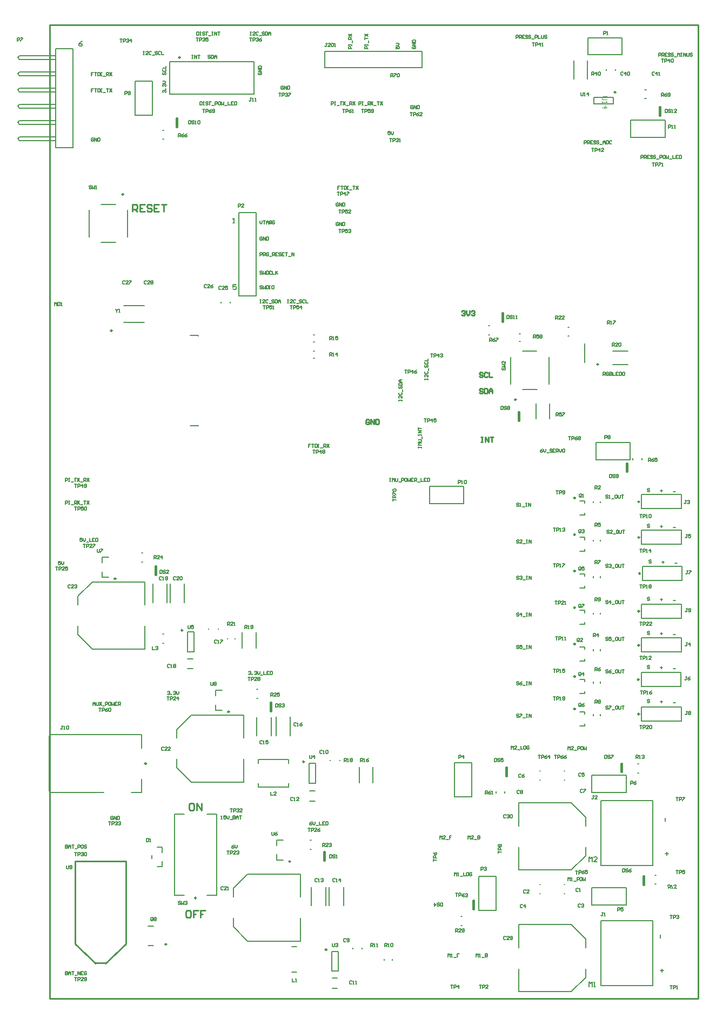
<source format=gto>
G04*
G04 #@! TF.GenerationSoftware,Altium Limited,Altium Designer,22.6.1 (34)*
G04*
G04 Layer_Color=65535*
%FSLAX25Y25*%
%MOIN*%
G70*
G04*
G04 #@! TF.SameCoordinates,26821394-4C13-4CD4-A4B4-11F4951342BE*
G04*
G04*
G04 #@! TF.FilePolarity,Positive*
G04*
G01*
G75*
%ADD10C,0.00984*%
%ADD11C,0.00787*%
%ADD12C,0.01000*%
%ADD13C,0.01575*%
%ADD14C,0.00500*%
%ADD15C,0.00600*%
%ADD16C,0.00236*%
D10*
X438484Y491000D02*
G03*
X438484Y491000I-492J0D01*
G01*
X210823Y276913D02*
G03*
X210823Y276913I-492J0D01*
G01*
X140823Y358913D02*
G03*
X140823Y358913I-492J0D01*
G01*
X248492Y184653D02*
G03*
X248492Y184653I-492J0D01*
G01*
X159626Y245000D02*
G03*
X159626Y245000I-492J0D01*
G01*
X138551Y511748D02*
G03*
X138551Y511748I-492J0D01*
G01*
X424252Y298602D02*
G03*
X424252Y298602I-492J0D01*
G01*
Y318602D02*
G03*
X424252Y318602I-492J0D01*
G01*
Y363602D02*
G03*
X424252Y363602I-492J0D01*
G01*
Y386102D02*
G03*
X424252Y386102I-492J0D01*
G01*
Y408602D02*
G03*
X424252Y408602I-492J0D01*
G01*
X182079Y327087D02*
G03*
X182079Y327087I-492J0D01*
G01*
X257079Y246087D02*
G03*
X257079Y246087I-492J0D01*
G01*
X172126Y133622D02*
G03*
X172126Y133622I-492J0D01*
G01*
X270944Y130280D02*
G03*
X270944Y130280I-492J0D01*
G01*
X190374Y162165D02*
G03*
X190374Y162165I-492J0D01*
G01*
X424252Y278602D02*
G03*
X424252Y278602I-492J0D01*
G01*
Y341102D02*
G03*
X424252Y341102I-492J0D01*
G01*
X145492Y595709D02*
G03*
X145492Y595709I-492J0D01*
G01*
X387776Y469291D02*
G03*
X387776Y469291I-492J0D01*
G01*
X180492Y680079D02*
G03*
X180492Y680079I-492J0D01*
G01*
X449202Y658620D02*
G03*
X449202Y658620I-492J0D01*
G01*
X463819Y338858D02*
G03*
X463819Y338858I-492J0D01*
G01*
Y275485D02*
G03*
X463819Y275485I-492J0D01*
G01*
X464402Y362156D02*
G03*
X464402Y362156I-492J0D01*
G01*
X463556Y296713D02*
G03*
X463556Y296713I-492J0D01*
G01*
X463819Y384376D02*
G03*
X463819Y384376I-492J0D01*
G01*
X463819Y317891D02*
G03*
X463819Y317891I-492J0D01*
G01*
X463819Y406358D02*
G03*
X463819Y406358I-492J0D01*
G01*
D11*
X100669Y262717D02*
G03*
X99684Y261732I0J-984D01*
G01*
Y228268D02*
G03*
X100669Y227284I984J0D01*
G01*
X440056Y222225D02*
X471945D01*
X440056Y182225D02*
X471945D01*
Y222225D01*
X440056Y182225D02*
Y222225D01*
X429902Y503905D02*
X430098D01*
X429902Y492095D02*
X430098D01*
Y503905D01*
X429902Y492095D02*
Y503905D01*
X260508Y192244D02*
X261492D01*
X260508Y197756D02*
X261492D01*
X202457Y277898D02*
X206394D01*
X202457D02*
Y281244D01*
Y290102D02*
X206394D01*
X202457Y286756D02*
Y290102D01*
X132457Y359898D02*
X136394D01*
X132457D02*
Y363244D01*
Y372102D02*
X136394D01*
X132457Y368756D02*
Y372102D01*
X240126Y185638D02*
X244063D01*
X240126D02*
Y188984D01*
Y197843D02*
X244063D01*
X240126Y194496D02*
Y197843D01*
X447252Y499232D02*
X456748D01*
X447252Y490768D02*
X456748D01*
X419606Y508343D02*
X420394D01*
X419606Y513658D02*
X420394D01*
X100669Y262717D02*
X156693D01*
X99685Y228268D02*
Y261732D01*
X156693Y227284D02*
Y235551D01*
X100669Y227284D02*
X133346D01*
X150276D02*
X156693D01*
X156772Y254449D02*
Y262717D01*
X117331Y342739D02*
Y348054D01*
X126189Y356912D02*
X158669D01*
Y342739D02*
Y356912D01*
Y315574D02*
Y329747D01*
X126189Y315574D02*
X158669D01*
X117331Y324432D02*
X126189Y315574D01*
X117331Y324432D02*
Y329747D01*
Y348054D02*
X126189Y356912D01*
X227232Y316252D02*
Y325748D01*
X218768Y316252D02*
Y325748D01*
X185151Y309452D02*
X188276D01*
X185151Y303325D02*
X188276D01*
X186819Y453087D02*
X191720D01*
Y508461D02*
Y508795D01*
Y453087D02*
Y453421D01*
X186819Y508795D02*
X191720D01*
X430158Y288169D02*
Y289547D01*
X427008Y288169D02*
X430158D01*
Y295453D02*
Y296831D01*
X427008D02*
X430158D01*
Y308169D02*
Y309547D01*
X427008Y308169D02*
X430158D01*
Y315453D02*
Y316831D01*
X427008D02*
X430158D01*
Y353169D02*
Y354547D01*
X427008Y353169D02*
X430158D01*
Y360453D02*
Y361831D01*
X427008D02*
X430158D01*
X152705Y644410D02*
X163295D01*
Y665590D01*
X152705D02*
X163295D01*
X152705Y644410D02*
Y665590D01*
X349705Y245590D02*
X360295D01*
X349705Y224410D02*
Y245590D01*
Y224410D02*
X360295D01*
Y245590D01*
X380756Y226669D02*
Y227654D01*
X375244Y226669D02*
Y227654D01*
X178331Y260656D02*
Y265971D01*
X187189Y274830D02*
X219669D01*
Y260656D02*
Y274830D01*
Y233491D02*
Y247664D01*
X187189Y233491D02*
X219669D01*
X178331Y242349D02*
X187189Y233491D01*
X178331Y242349D02*
Y247664D01*
Y265971D02*
X187189Y274830D01*
X430158Y375669D02*
Y377047D01*
X427008Y375669D02*
X430158D01*
Y382953D02*
Y384331D01*
X427008D02*
X430158D01*
Y398169D02*
Y399547D01*
X427008Y398169D02*
X430158D01*
Y405453D02*
Y406831D01*
X427008D02*
X430158D01*
X334259Y405198D02*
Y415789D01*
Y405198D02*
X355440D01*
Y415789D01*
X334259D02*
X355440D01*
X262681Y494736D02*
X263469D01*
X262681Y499264D02*
X263469D01*
X262681Y504736D02*
X263469D01*
X262681Y509264D02*
X263469D01*
X145622Y527118D02*
X158221D01*
X145622Y516882D02*
X158221D01*
X211429Y528835D02*
Y529425D01*
X205720Y528835D02*
Y529425D01*
X209539Y321714D02*
Y322286D01*
X214461Y321714D02*
Y322286D01*
X185031Y326102D02*
X188969D01*
X185031Y313898D02*
X188969D01*
X185031D02*
Y326102D01*
X188969Y313898D02*
Y326102D01*
X198146Y327705D02*
Y328295D01*
X203854Y327705D02*
Y328295D01*
X260437Y228063D02*
X263563D01*
X260437Y221937D02*
X263563D01*
X278854Y246705D02*
Y247295D01*
X273146Y246705D02*
Y247295D01*
X263968Y232898D02*
Y245102D01*
X260032Y232898D02*
Y245102D01*
Y232898D02*
X263968D01*
X260032Y245102D02*
X263968D01*
X160709Y132835D02*
X164055D01*
X160709Y144646D02*
X164055D01*
X287011Y130898D02*
Y131488D01*
X292720Y130898D02*
Y131488D01*
X277834Y117091D02*
Y129295D01*
X273897Y117091D02*
Y129295D01*
Y117091D02*
X277834D01*
X273897Y129295D02*
X277834D01*
X274303Y106518D02*
X277428D01*
X274303Y112645D02*
X277428D01*
X176890Y163740D02*
Y213740D01*
X196870D02*
X202874D01*
X176890D02*
X182894D01*
X202874Y163740D02*
Y213740D01*
X196870Y163740D02*
X202874D01*
X176890D02*
X182894D01*
X462508Y239244D02*
X463492D01*
X462508Y244756D02*
X463492D01*
X434410Y227205D02*
Y237795D01*
Y227205D02*
X455590D01*
Y237795D01*
X434410D02*
X455590D01*
X435236Y294606D02*
Y295394D01*
X439764Y294606D02*
Y295394D01*
X435236Y314606D02*
Y315394D01*
X439764Y314606D02*
Y315394D01*
X435236Y359606D02*
Y360394D01*
X439764Y359606D02*
Y360394D01*
X435236Y382106D02*
Y382894D01*
X439764Y382106D02*
Y382894D01*
X435236Y274606D02*
Y275394D01*
X439764Y274606D02*
Y275394D01*
X430158Y268169D02*
Y269547D01*
X427008Y268169D02*
X430158D01*
Y275453D02*
Y276831D01*
X427008D02*
X430158D01*
X435236Y337106D02*
Y337894D01*
X439764Y337106D02*
Y337894D01*
X430158Y330669D02*
Y332047D01*
X427008Y330669D02*
X430158D01*
Y337953D02*
Y339331D01*
X427008D02*
X430158D01*
X435236Y405650D02*
Y406437D01*
X439764Y405650D02*
Y406437D01*
X436909Y432205D02*
Y442795D01*
Y432205D02*
X458090D01*
Y442795D01*
X436909D02*
X458090D01*
X465256Y432008D02*
Y432992D01*
X459744Y432008D02*
Y432992D01*
X453102Y681698D02*
Y692288D01*
X431920D02*
X453102D01*
X431920Y681698D02*
Y692288D01*
Y681698D02*
X453102D01*
X227508Y285244D02*
X228492D01*
X227508Y290756D02*
X228492D01*
X156508Y374756D02*
X157492D01*
X156508Y369244D02*
X157492D01*
X290994Y233252D02*
Y242748D01*
X299459Y233252D02*
Y242748D01*
X169508Y319146D02*
X170492D01*
X169508Y324854D02*
X170492D01*
X247252Y230516D02*
Y232799D01*
Y245201D02*
Y247484D01*
X228748D02*
X247252D01*
X228748Y230516D02*
Y232799D01*
Y245201D02*
Y247484D01*
Y230516D02*
X247252D01*
X249487Y132067D02*
X252243D01*
X249487Y116319D02*
X252243D01*
X163150Y186417D02*
Y188543D01*
X166339Y181496D02*
X169449D01*
Y190157D02*
Y193465D01*
Y181496D02*
Y184803D01*
X166339Y193465D02*
X169449D01*
X213196Y168009D02*
X222054Y176867D01*
X213196Y144387D02*
Y149702D01*
Y144387D02*
X222054Y135529D01*
X254534D01*
Y149702D01*
Y162694D02*
Y176867D01*
X222054D02*
X254534D01*
X213196Y162694D02*
Y168009D01*
X174180Y344279D02*
Y355721D01*
X183063Y344279D02*
Y355721D01*
X163509Y344279D02*
Y355721D01*
X172392Y344279D02*
Y355721D01*
X248441Y262279D02*
Y273721D01*
X239559Y262279D02*
Y273721D01*
X236703Y262028D02*
Y273470D01*
X227820Y262028D02*
Y273470D01*
X272424Y157472D02*
Y168914D01*
X281307Y157472D02*
Y168914D01*
X261424Y157472D02*
Y168914D01*
X270306Y157472D02*
Y168914D01*
X311398Y123799D02*
Y124587D01*
X306476Y123799D02*
Y124587D01*
X421811Y104331D02*
X430669Y113189D01*
Y131496D02*
Y136811D01*
X421811Y145669D02*
X430669Y136811D01*
X389331Y145669D02*
X421811D01*
X389331Y131496D02*
Y145669D01*
Y104331D02*
Y118504D01*
Y104331D02*
X421811D01*
X430669Y113189D02*
Y118504D01*
X131697Y589587D02*
X140587D01*
X131811Y566004D02*
X140587D01*
X147933Y569527D02*
Y586079D01*
X124350Y569527D02*
Y586079D01*
X216698Y533259D02*
X227289D01*
Y584440D01*
X216698D02*
X227289D01*
X216698Y533259D02*
Y584440D01*
X370508Y509244D02*
X371492D01*
X370508Y514756D02*
X371492D01*
X389606Y505236D02*
X390394D01*
X389606Y509764D02*
X390394D01*
X391697Y475413D02*
X400587D01*
X391697Y498996D02*
X400472D01*
X384350Y478921D02*
Y495472D01*
X407933Y478921D02*
Y495472D01*
X225984Y657500D02*
Y677500D01*
X174016Y657500D02*
X225984D01*
X174016D02*
Y677500D01*
X225984D01*
X169508Y629744D02*
X170492D01*
X169508Y635256D02*
X170492D01*
X269519Y683847D02*
X329519D01*
X269519Y673847D02*
X329519D01*
Y683847D01*
X269519Y673847D02*
Y683847D01*
X447824Y651632D02*
Y655569D01*
X435619Y651632D02*
Y655569D01*
X447824D01*
X435619Y651632D02*
X447824D01*
X467008Y660256D02*
X467992D01*
X467008Y654744D02*
X467992D01*
X431756Y666779D02*
Y678221D01*
X423244Y666779D02*
Y678221D01*
X458395Y630792D02*
X479576D01*
X458395D02*
Y641383D01*
X479576D01*
Y630792D02*
Y641383D01*
X443307Y672205D02*
Y672795D01*
X449016Y672205D02*
Y672795D01*
X430669Y188189D02*
Y193504D01*
X389331Y179331D02*
X421811D01*
X389331D02*
Y193504D01*
Y206496D02*
Y220669D01*
X421811D01*
X430669Y211811D01*
Y206496D02*
Y211811D01*
X421811Y179331D02*
X430669Y188189D01*
X473172Y170744D02*
X474157D01*
X473172Y176256D02*
X474157D01*
X434410Y157736D02*
Y168327D01*
Y157736D02*
X455590D01*
Y168327D01*
X434410D02*
X455590D01*
X364705Y175591D02*
X375295D01*
X364705Y154409D02*
Y175591D01*
Y154409D02*
X375295D01*
Y175591D01*
X353508Y150756D02*
X354492D01*
X353508Y145244D02*
X354492D01*
X440056Y148000D02*
X471945D01*
X440056Y108000D02*
X471945D01*
Y148000D01*
X440056Y108000D02*
Y148000D01*
X408299Y457456D02*
Y466953D01*
X399834Y457456D02*
Y466953D01*
X81260Y681260D02*
X103799D01*
X81260Y678740D02*
X103799D01*
X80472Y680000D02*
X81260Y681260D01*
X80472Y680000D02*
X81260Y678740D01*
X80472Y670000D02*
X81260Y668740D01*
X80472Y670000D02*
X81260Y671260D01*
Y668740D02*
X103799D01*
X81260Y671260D02*
X103799D01*
X80472Y650000D02*
X81260Y648740D01*
X80472Y650000D02*
X81260Y651260D01*
Y648740D02*
X103799D01*
X81260Y651260D02*
X103799D01*
Y624409D02*
X114390D01*
X103799D02*
Y685591D01*
X114390D01*
Y624409D02*
Y685591D01*
X81260Y631260D02*
X103799D01*
X81260Y628740D02*
X103799D01*
X80472Y630000D02*
X81260Y631260D01*
X80472Y630000D02*
X81260Y628740D01*
Y641260D02*
X103799D01*
X81260Y638740D02*
X103799D01*
X80472Y640000D02*
X81260Y641260D01*
X80472Y640000D02*
X81260Y638740D01*
Y661260D02*
X103799D01*
X81260Y658740D02*
X103799D01*
X80472Y660000D02*
X81260Y661260D01*
X80472Y660000D02*
X81260Y658740D01*
X465098Y343287D02*
X489508D01*
Y334626D02*
Y343287D01*
X465098Y334626D02*
X489508D01*
X465098D02*
Y343287D01*
Y279914D02*
X489508D01*
Y271253D02*
Y279914D01*
X465098Y271253D02*
X489508D01*
X465098D02*
Y279914D01*
X465682Y366585D02*
X490091D01*
Y357924D02*
Y366585D01*
X465682Y357924D02*
X490091D01*
X465682D02*
Y366585D01*
X464836Y301142D02*
X489246D01*
Y292480D02*
Y301142D01*
X464836Y292480D02*
X489246D01*
X464836D02*
Y301142D01*
X465098Y388805D02*
X489508D01*
Y380144D02*
Y388805D01*
X465098Y380144D02*
X489508D01*
X465098D02*
Y388805D01*
X465098Y322320D02*
X489508D01*
Y313658D02*
Y322320D01*
X465098Y313658D02*
X489508D01*
X465098D02*
Y322320D01*
X465098Y410787D02*
X489508D01*
Y402126D02*
Y410787D01*
X465098Y402126D02*
X489508D01*
X465098D02*
Y410787D01*
X402205Y234646D02*
X402795D01*
X402205Y240354D02*
X402795D01*
X417205D02*
X417795D01*
X417205Y234646D02*
X417795D01*
X402205Y164646D02*
X402795D01*
X402205Y170354D02*
X402795D01*
X417205D02*
X417795D01*
X417205Y164646D02*
X417795D01*
D12*
X115634Y184972D02*
X147130D01*
X128429Y121980D02*
X134335D01*
X147130Y133791D02*
Y184972D01*
X115634Y133791D02*
Y184972D01*
Y133728D02*
X128429Y121917D01*
X134335D02*
X147130Y133728D01*
X366999Y485499D02*
X366499Y485999D01*
X365500D01*
X365000Y485499D01*
Y484999D01*
X365500Y484500D01*
X366499D01*
X366999Y484000D01*
Y483500D01*
X366499Y483000D01*
X365500D01*
X365000Y483500D01*
X369998Y485499D02*
X369498Y485999D01*
X368499D01*
X367999Y485499D01*
Y483500D01*
X368499Y483000D01*
X369498D01*
X369998Y483500D01*
X370998Y485999D02*
Y483000D01*
X372997D01*
X366999Y475499D02*
X366499Y475999D01*
X365500D01*
X365000Y475499D01*
Y474999D01*
X365500Y474500D01*
X366499D01*
X366999Y474000D01*
Y473500D01*
X366499Y473000D01*
X365500D01*
X365000Y473500D01*
X367999Y475999D02*
Y473000D01*
X369498D01*
X369998Y473500D01*
Y475499D01*
X369498Y475999D01*
X367999D01*
X370998Y473000D02*
Y474999D01*
X371998Y475999D01*
X372997Y474999D01*
Y473000D01*
Y474500D01*
X370998D01*
X366000Y445999D02*
X367000D01*
X366500D01*
Y443000D01*
X366000D01*
X367000D01*
X368499D02*
Y445999D01*
X370498Y443000D01*
Y445999D01*
X371498D02*
X373498D01*
X372498D01*
Y443000D01*
X296999Y456499D02*
X296499Y456999D01*
X295500D01*
X295000Y456499D01*
Y454500D01*
X295500Y454000D01*
X296499D01*
X296999Y454500D01*
Y455500D01*
X296000D01*
X297999Y454000D02*
Y456999D01*
X299998Y454000D01*
Y456999D01*
X300998D02*
Y454000D01*
X302498D01*
X302997Y454500D01*
Y456499D01*
X302498Y456999D01*
X300998D01*
X354000Y523499D02*
X354500Y523999D01*
X355500D01*
X355999Y523499D01*
Y522999D01*
X355500Y522500D01*
X355000D01*
X355500D01*
X355999Y522000D01*
Y521500D01*
X355500Y521000D01*
X354500D01*
X354000Y521500D01*
X356999Y523999D02*
Y522000D01*
X357999Y521000D01*
X358998Y522000D01*
Y523999D01*
X359998Y523499D02*
X360498Y523999D01*
X361498D01*
X361997Y523499D01*
Y522999D01*
X361498Y522500D01*
X360998D01*
X361498D01*
X361997Y522000D01*
Y521500D01*
X361498Y521000D01*
X360498D01*
X359998Y521500D01*
X151000Y585000D02*
Y589499D01*
X153249D01*
X153999Y588749D01*
Y587249D01*
X153249Y586500D01*
X151000D01*
X152499D02*
X153999Y585000D01*
X158498Y589499D02*
X155499D01*
Y585000D01*
X158498D01*
X155499Y587249D02*
X156998D01*
X162996Y588749D02*
X162246Y589499D01*
X160747D01*
X159997Y588749D01*
Y587999D01*
X160747Y587249D01*
X162246D01*
X162996Y586500D01*
Y585750D01*
X162246Y585000D01*
X160747D01*
X159997Y585750D01*
X167495Y589499D02*
X164496D01*
Y585000D01*
X167495D01*
X164496Y587249D02*
X165995D01*
X168994Y589499D02*
X171993D01*
X170494D01*
Y585000D01*
X188249Y220498D02*
X186750D01*
X186000Y219749D01*
Y216750D01*
X186750Y216000D01*
X188249D01*
X188999Y216750D01*
Y219749D01*
X188249Y220498D01*
X190499Y216000D02*
Y220498D01*
X193498Y216000D01*
Y220498D01*
X186249Y154499D02*
X184750D01*
X184000Y153749D01*
Y150750D01*
X184750Y150000D01*
X186249D01*
X186999Y150750D01*
Y153749D01*
X186249Y154499D01*
X191498D02*
X188499D01*
Y152249D01*
X189998D01*
X188499D01*
Y150000D01*
X195996Y154499D02*
X192997D01*
Y152249D01*
X194497D01*
X192997D01*
Y150000D01*
X100000Y100000D02*
Y700000D01*
X500000D01*
Y100000D02*
Y700000D01*
X100000Y100000D02*
X500000D01*
D13*
X381598Y237539D02*
Y242461D01*
X466331Y170539D02*
Y175461D01*
X452598Y240039D02*
Y244961D01*
X455965Y425039D02*
Y429961D01*
X389331Y456539D02*
Y461461D01*
X236465Y277539D02*
Y282461D01*
X165465Y361539D02*
Y366461D01*
X269465Y185539D02*
Y190461D01*
X379465Y517539D02*
Y522461D01*
X178465Y637539D02*
Y642461D01*
X476465Y644539D02*
Y649461D01*
X361465Y155539D02*
Y160461D01*
D14*
X432500Y184500D02*
Y187499D01*
X433500Y186499D01*
X434499Y187499D01*
Y184500D01*
X437498D02*
X435499D01*
X437498Y186499D01*
Y186999D01*
X436999Y187499D01*
X435999D01*
X435499Y186999D01*
X432500Y107500D02*
Y110499D01*
X433500Y109499D01*
X434499Y110499D01*
Y107500D01*
X435499D02*
X436499D01*
X435999D01*
Y110499D01*
X435499Y109999D01*
X260833Y441833D02*
X259500D01*
Y440833D01*
X260166D01*
X259500D01*
Y439833D01*
X261499Y441833D02*
X262832D01*
X262166D01*
Y439833D01*
X263499Y441833D02*
Y439833D01*
X264498D01*
X264832Y440167D01*
Y441499D01*
X264498Y441833D01*
X263499D01*
X265498D02*
X266164D01*
X265831D01*
Y439833D01*
X265498D01*
X266164D01*
X267164Y439500D02*
X268497D01*
X269163Y439833D02*
Y441833D01*
X270163D01*
X270496Y441499D01*
Y440833D01*
X270163Y440500D01*
X269163D01*
X269830D02*
X270496Y439833D01*
X271163Y441833D02*
X272496Y439833D01*
Y441833D02*
X271163Y439833D01*
X278833Y600833D02*
X277500D01*
Y599833D01*
X278166D01*
X277500D01*
Y598833D01*
X279499Y600833D02*
X280832D01*
X280166D01*
Y598833D01*
X281499Y600833D02*
Y598833D01*
X282498D01*
X282832Y599166D01*
Y600499D01*
X282498Y600833D01*
X281499D01*
X283498D02*
X284165D01*
X283831D01*
Y598833D01*
X283498D01*
X284165D01*
X285164Y598500D02*
X286497D01*
X287163Y600833D02*
X288496D01*
X287830D01*
Y598833D01*
X289163Y600833D02*
X290496Y598833D01*
Y600833D02*
X289163Y598833D01*
X126833Y670833D02*
X125500D01*
Y669833D01*
X126166D01*
X125500D01*
Y668833D01*
X127499Y670833D02*
X128832D01*
X128166D01*
Y668833D01*
X129499Y670833D02*
Y668833D01*
X130498D01*
X130832Y669167D01*
Y670499D01*
X130498Y670833D01*
X129499D01*
X131498D02*
X132165D01*
X131831D01*
Y668833D01*
X131498D01*
X132165D01*
X133164Y668500D02*
X134497D01*
X135163Y668833D02*
Y670833D01*
X136163D01*
X136496Y670499D01*
Y669833D01*
X136163Y669500D01*
X135163D01*
X135830D02*
X136496Y668833D01*
X137163Y670833D02*
X138496Y668833D01*
Y670833D02*
X137163Y668833D01*
X126833Y660833D02*
X125500D01*
Y659833D01*
X126166D01*
X125500D01*
Y658833D01*
X127499Y660833D02*
X128832D01*
X128166D01*
Y658833D01*
X129499Y660833D02*
Y658833D01*
X130498D01*
X130832Y659166D01*
Y660499D01*
X130498Y660833D01*
X129499D01*
X131498D02*
X132165D01*
X131831D01*
Y658833D01*
X131498D01*
X132165D01*
X133164Y658500D02*
X134497D01*
X135163Y660833D02*
X136496D01*
X135830D01*
Y658833D01*
X137163Y660833D02*
X138496Y658833D01*
Y660833D02*
X137163Y658833D01*
X126833Y630166D02*
X126500Y630499D01*
X125833D01*
X125500Y630166D01*
Y628833D01*
X125833Y628500D01*
X126500D01*
X126833Y628833D01*
Y629500D01*
X126166D01*
X127499Y628500D02*
Y630499D01*
X128832Y628500D01*
Y630499D01*
X129499D02*
Y628500D01*
X130498D01*
X130832Y628833D01*
Y630166D01*
X130498Y630499D01*
X129499D01*
X228834Y670833D02*
X228501Y670500D01*
Y669833D01*
X228834Y669500D01*
X230167D01*
X230500Y669833D01*
Y670500D01*
X230167Y670833D01*
X229500D01*
Y670166D01*
X230500Y671499D02*
X228501D01*
X230500Y672832D01*
X228501D01*
Y673499D02*
X230500D01*
Y674498D01*
X230167Y674832D01*
X228834D01*
X228501Y674498D01*
Y673499D01*
X198833Y681166D02*
X198500Y681499D01*
X197833D01*
X197500Y681166D01*
Y680833D01*
X197833Y680500D01*
X198500D01*
X198833Y680166D01*
Y679833D01*
X198500Y679500D01*
X197833D01*
X197500Y679833D01*
X199499Y681499D02*
Y679500D01*
X200499D01*
X200832Y679833D01*
Y681166D01*
X200499Y681499D01*
X199499D01*
X201499Y679500D02*
Y680833D01*
X202165Y681499D01*
X202832Y680833D01*
Y679500D01*
Y680500D01*
X201499D01*
X187500Y681499D02*
X188166D01*
X187833D01*
Y679500D01*
X187500D01*
X188166D01*
X189166D02*
Y681499D01*
X190499Y679500D01*
Y681499D01*
X191165D02*
X192498D01*
X191832D01*
Y679500D01*
X169834Y670833D02*
X169501Y670500D01*
Y669833D01*
X169834Y669500D01*
X170167D01*
X170500Y669833D01*
Y670500D01*
X170834Y670833D01*
X171167D01*
X171500Y670500D01*
Y669833D01*
X171167Y669500D01*
X169834Y672832D02*
X169501Y672499D01*
Y671833D01*
X169834Y671499D01*
X171167D01*
X171500Y671833D01*
Y672499D01*
X171167Y672832D01*
X169501Y673499D02*
X171500D01*
Y674832D01*
X169834Y658500D02*
X169501Y658833D01*
Y659500D01*
X169834Y659833D01*
X170167D01*
X170500Y659500D01*
Y659166D01*
Y659500D01*
X170834Y659833D01*
X171167D01*
X171500Y659500D01*
Y658833D01*
X171167Y658500D01*
X171500Y660499D02*
X171167D01*
Y660833D01*
X171500D01*
Y660499D01*
X169834Y662165D02*
X169501Y662499D01*
Y663165D01*
X169834Y663498D01*
X170167D01*
X170500Y663165D01*
Y662832D01*
Y663165D01*
X170834Y663498D01*
X171167D01*
X171500Y663165D01*
Y662499D01*
X171167Y662165D01*
X169501Y664165D02*
X170834D01*
X171500Y664831D01*
X170834Y665498D01*
X169501D01*
X286167Y685500D02*
X284167D01*
Y686500D01*
X284501Y686833D01*
X285167D01*
X285500Y686500D01*
Y685500D01*
X284167Y687499D02*
Y688166D01*
Y687833D01*
X286167D01*
Y687499D01*
Y688166D01*
X286500Y689165D02*
Y690498D01*
X286167Y691165D02*
X284167D01*
Y692165D01*
X284501Y692498D01*
X285167D01*
X285500Y692165D01*
Y691165D01*
Y691831D02*
X286167Y692498D01*
X284167Y693164D02*
X286167Y694497D01*
X284167D02*
X286167Y693164D01*
X296167Y685500D02*
X294167D01*
Y686500D01*
X294501Y686833D01*
X295167D01*
X295500Y686500D01*
Y685500D01*
X294167Y687499D02*
Y688166D01*
Y687833D01*
X296167D01*
Y687499D01*
Y688166D01*
X296500Y689165D02*
Y690498D01*
X294167Y691165D02*
Y692498D01*
Y691831D01*
X296167D01*
X294167Y693164D02*
X296167Y694497D01*
X294167D02*
X296167Y693164D01*
X323834Y686833D02*
X323501Y686500D01*
Y685833D01*
X323834Y685500D01*
X325167D01*
X325500Y685833D01*
Y686500D01*
X325167Y686833D01*
X324500D01*
Y686166D01*
X325500Y687499D02*
X323501D01*
X325500Y688832D01*
X323501D01*
Y689499D02*
X325500D01*
Y690498D01*
X325167Y690832D01*
X323834D01*
X323501Y690498D01*
Y689499D01*
X313501Y686833D02*
Y685500D01*
X314500D01*
X314167Y686166D01*
Y686500D01*
X314500Y686833D01*
X315167D01*
X315500Y686500D01*
Y685833D01*
X315167Y685500D01*
X313501Y687499D02*
X314834D01*
X315500Y688166D01*
X314834Y688832D01*
X313501D01*
X230833Y539166D02*
X230500Y539499D01*
X229833D01*
X229500Y539166D01*
Y538833D01*
X229833Y538500D01*
X230500D01*
X230833Y538166D01*
Y537833D01*
X230500Y537500D01*
X229833D01*
X229500Y537833D01*
X231499Y539499D02*
Y537500D01*
X232166Y538166D01*
X232832Y537500D01*
Y539499D01*
X233499D02*
Y537500D01*
X234498D01*
X234832Y537833D01*
Y539166D01*
X234498Y539499D01*
X233499D01*
X235498D02*
X236164D01*
X235831D01*
Y537500D01*
X235498D01*
X236164D01*
X238164Y539499D02*
X237497D01*
X237164Y539166D01*
Y537833D01*
X237497Y537500D01*
X238164D01*
X238497Y537833D01*
Y539166D01*
X238164Y539499D01*
X230833Y548166D02*
X230500Y548499D01*
X229833D01*
X229500Y548166D01*
Y547833D01*
X229833Y547500D01*
X230500D01*
X230833Y547166D01*
Y546833D01*
X230500Y546500D01*
X229833D01*
X229500Y546833D01*
X231499Y548499D02*
Y546500D01*
X232166Y547166D01*
X232832Y546500D01*
Y548499D01*
X233499D02*
Y546500D01*
X234498D01*
X234832Y546833D01*
Y548166D01*
X234498Y548499D01*
X233499D01*
X236831Y548166D02*
X236498Y548499D01*
X235831D01*
X235498Y548166D01*
Y546833D01*
X235831Y546500D01*
X236498D01*
X236831Y546833D01*
X237497Y548499D02*
Y546500D01*
X238830D01*
X239497Y548499D02*
Y546500D01*
Y547166D01*
X240830Y548499D01*
X239830Y547500D01*
X240830Y546500D01*
X229500Y557833D02*
Y559833D01*
X230500D01*
X230833Y559499D01*
Y558833D01*
X230500Y558500D01*
X229500D01*
X231499Y557833D02*
Y559833D01*
X232499D01*
X232832Y559499D01*
Y558833D01*
X232499Y558500D01*
X231499D01*
X232166D02*
X232832Y557833D01*
X234832Y559499D02*
X234498Y559833D01*
X233832D01*
X233499Y559499D01*
Y558167D01*
X233832Y557833D01*
X234498D01*
X234832Y558167D01*
Y558833D01*
X234165D01*
X235498Y557500D02*
X236831D01*
X237497Y557833D02*
Y559833D01*
X238497D01*
X238830Y559499D01*
Y558833D01*
X238497Y558500D01*
X237497D01*
X238164D02*
X238830Y557833D01*
X240830Y559833D02*
X239497D01*
Y557833D01*
X240830D01*
X239497Y558833D02*
X240163D01*
X242829Y559499D02*
X242496Y559833D01*
X241829D01*
X241496Y559499D01*
Y559166D01*
X241829Y558833D01*
X242496D01*
X242829Y558500D01*
Y558167D01*
X242496Y557833D01*
X241829D01*
X241496Y558167D01*
X244828Y559833D02*
X243495D01*
Y557833D01*
X244828D01*
X243495Y558833D02*
X244162D01*
X245495Y559833D02*
X246828D01*
X246161D01*
Y557833D01*
X247494Y557500D02*
X248827D01*
X249494Y557833D02*
Y559833D01*
X250826Y557833D01*
Y559833D01*
X230833Y569166D02*
X230500Y569499D01*
X229833D01*
X229500Y569166D01*
Y567833D01*
X229833Y567500D01*
X230500D01*
X230833Y567833D01*
Y568500D01*
X230166D01*
X231499Y567500D02*
Y569499D01*
X232832Y567500D01*
Y569499D01*
X233499D02*
Y567500D01*
X234498D01*
X234832Y567833D01*
Y569166D01*
X234498Y569499D01*
X233499D01*
X229500Y579499D02*
Y578166D01*
X230166Y577500D01*
X230833Y578166D01*
Y579499D01*
X231499D02*
X232832D01*
X232166D01*
Y577500D01*
X233499D02*
Y578833D01*
X234165Y579499D01*
X234832Y578833D01*
Y577500D01*
Y578500D01*
X233499D01*
X235498Y577500D02*
Y579499D01*
X236498D01*
X236831Y579166D01*
Y578500D01*
X236498Y578166D01*
X235498D01*
X236164D02*
X236831Y577500D01*
X238830Y579166D02*
X238497Y579499D01*
X237831D01*
X237497Y579166D01*
Y577833D01*
X237831Y577500D01*
X238497D01*
X238830Y577833D01*
Y578500D01*
X238164D01*
X469833Y284166D02*
X469500Y284499D01*
X468833D01*
X468500Y284166D01*
Y283833D01*
X468833Y283500D01*
X469500D01*
X469833Y283166D01*
Y282833D01*
X469500Y282500D01*
X468833D01*
X468500Y282833D01*
X476500Y283166D02*
X477833D01*
X477166Y283833D02*
Y282500D01*
X484500D02*
X485833D01*
X469833Y305166D02*
X469500Y305499D01*
X468833D01*
X468500Y305166D01*
Y304833D01*
X468833Y304500D01*
X469500D01*
X469833Y304166D01*
Y303833D01*
X469500Y303500D01*
X468833D01*
X468500Y303833D01*
X476500Y304166D02*
X477833D01*
X477166Y304833D02*
Y303500D01*
X484500D02*
X485833D01*
X469833Y326166D02*
X469500Y326499D01*
X468833D01*
X468500Y326166D01*
Y325833D01*
X468833Y325500D01*
X469500D01*
X469833Y325166D01*
Y324833D01*
X469500Y324500D01*
X468833D01*
X468500Y324833D01*
X476500Y325166D02*
X477833D01*
X477166Y325833D02*
Y324500D01*
X484500D02*
X485833D01*
X469833Y347166D02*
X469500Y347499D01*
X468833D01*
X468500Y347166D01*
Y346833D01*
X468833Y346500D01*
X469500D01*
X469833Y346166D01*
Y345833D01*
X469500Y345500D01*
X468833D01*
X468500Y345833D01*
X476500Y346166D02*
X477833D01*
X477166Y346833D02*
Y345500D01*
X484500D02*
X485833D01*
X470833Y370166D02*
X470500Y370499D01*
X469833D01*
X469500Y370166D01*
Y369833D01*
X469833Y369500D01*
X470500D01*
X470833Y369166D01*
Y368833D01*
X470500Y368500D01*
X469833D01*
X469500Y368833D01*
X477500Y369166D02*
X478833D01*
X478166Y369833D02*
Y368500D01*
X485500D02*
X486833D01*
X469833Y392166D02*
X469500Y392499D01*
X468833D01*
X468500Y392166D01*
Y391833D01*
X468833Y391500D01*
X469500D01*
X469833Y391166D01*
Y390833D01*
X469500Y390500D01*
X468833D01*
X468500Y390833D01*
X476500Y391166D02*
X477833D01*
X477166Y391833D02*
Y390500D01*
X484500D02*
X485833D01*
X484500Y412500D02*
X485833D01*
X476500Y413166D02*
X477833D01*
X477166Y413833D02*
Y412500D01*
X469833Y414166D02*
X469500Y414499D01*
X468833D01*
X468500Y414166D01*
Y413833D01*
X468833Y413500D01*
X469500D01*
X469833Y413166D01*
Y412833D01*
X469500Y412500D01*
X468833D01*
X468500Y412833D01*
X106801Y369499D02*
X105468D01*
Y368500D01*
X106135Y368833D01*
X106468D01*
X106801Y368500D01*
Y367833D01*
X106468Y367500D01*
X105802D01*
X105468Y367833D01*
X107468Y369499D02*
Y368166D01*
X108134Y367500D01*
X108801Y368166D01*
Y369499D01*
X419500Y172833D02*
Y174833D01*
X420166Y174166D01*
X420833Y174833D01*
Y172833D01*
X421499D02*
X422166D01*
X421833D01*
Y174833D01*
X421499Y174499D01*
X423166Y172500D02*
X424498D01*
X425165Y172833D02*
Y174833D01*
X426164D01*
X426498Y174499D01*
Y173833D01*
X426164Y173500D01*
X425165D01*
X428164Y174833D02*
X427497D01*
X427164Y174499D01*
Y173167D01*
X427497Y172833D01*
X428164D01*
X428497Y173167D01*
Y174499D01*
X428164Y174833D01*
X429164D02*
Y172833D01*
X429830Y173500D01*
X430496Y172833D01*
Y174833D01*
X349500Y175833D02*
Y177833D01*
X350166Y177166D01*
X350833Y177833D01*
Y175833D01*
X351499D02*
X352166D01*
X351833D01*
Y177833D01*
X351499Y177499D01*
X353166Y175500D02*
X354498D01*
X355165Y177833D02*
Y175833D01*
X356498D01*
X358164Y177833D02*
X357497D01*
X357164Y177499D01*
Y176166D01*
X357497Y175833D01*
X358164D01*
X358497Y176166D01*
Y177499D01*
X358164Y177833D01*
X360496Y177499D02*
X360163Y177833D01*
X359497D01*
X359163Y177499D01*
Y176166D01*
X359497Y175833D01*
X360163D01*
X360496Y176166D01*
Y176833D01*
X359830D01*
X384500Y253833D02*
Y255833D01*
X385166Y255166D01*
X385833Y255833D01*
Y253833D01*
X387832D02*
X386499D01*
X387832Y255166D01*
Y255499D01*
X387499Y255833D01*
X386833D01*
X386499Y255499D01*
X388499Y253500D02*
X389832D01*
X390498Y255833D02*
Y253833D01*
X391831D01*
X393497Y255833D02*
X392831D01*
X392497Y255499D01*
Y254167D01*
X392831Y253833D01*
X393497D01*
X393830Y254167D01*
Y255499D01*
X393497Y255833D01*
X395830Y255499D02*
X395496Y255833D01*
X394830D01*
X394497Y255499D01*
Y254167D01*
X394830Y253833D01*
X395496D01*
X395830Y254167D01*
Y254833D01*
X395163D01*
X419520Y253329D02*
Y255329D01*
X420186Y254662D01*
X420853Y255329D01*
Y253329D01*
X422852D02*
X421519D01*
X422852Y254662D01*
Y254995D01*
X422519Y255329D01*
X421852D01*
X421519Y254995D01*
X423518Y252996D02*
X424851D01*
X425518Y253329D02*
Y255329D01*
X426517D01*
X426851Y254995D01*
Y254329D01*
X426517Y253996D01*
X425518D01*
X428517Y255329D02*
X427850D01*
X427517Y254995D01*
Y253662D01*
X427850Y253329D01*
X428517D01*
X428850Y253662D01*
Y254995D01*
X428517Y255329D01*
X429516D02*
Y253329D01*
X430183Y253996D01*
X430849Y253329D01*
Y255329D01*
X403833Y438833D02*
X403166Y438499D01*
X402500Y437833D01*
Y437167D01*
X402833Y436833D01*
X403500D01*
X403833Y437167D01*
Y437500D01*
X403500Y437833D01*
X402500D01*
X404499Y438833D02*
Y437500D01*
X405166Y436833D01*
X405832Y437500D01*
Y438833D01*
X406499Y436500D02*
X407832D01*
X409831Y438499D02*
X409498Y438833D01*
X408831D01*
X408498Y438499D01*
Y438166D01*
X408831Y437833D01*
X409498D01*
X409831Y437500D01*
Y437167D01*
X409498Y436833D01*
X408831D01*
X408498Y437167D01*
X411830Y438833D02*
X410497D01*
Y436833D01*
X411830D01*
X410497Y437833D02*
X411164D01*
X412497Y436833D02*
Y438833D01*
X413496D01*
X413830Y438499D01*
Y437833D01*
X413496Y437500D01*
X412497D01*
X413163D02*
X413830Y436833D01*
X414496Y438833D02*
Y437500D01*
X415163Y436833D01*
X415829Y437500D01*
Y438833D01*
X417495D02*
X416829D01*
X416495Y438499D01*
Y437167D01*
X416829Y436833D01*
X417495D01*
X417828Y437167D01*
Y438499D01*
X417495Y438833D01*
X205500Y210833D02*
X206166D01*
X205833D01*
Y212833D01*
X205500Y212499D01*
X208499Y212833D02*
X207166D01*
Y211833D01*
X207833Y212166D01*
X208166D01*
X208499Y211833D01*
Y211167D01*
X208166Y210833D01*
X207499D01*
X207166Y211167D01*
X209166Y212833D02*
Y211500D01*
X209832Y210833D01*
X210498Y211500D01*
Y212833D01*
X211165Y210500D02*
X212498D01*
X213164Y212833D02*
Y210833D01*
X214164D01*
X214497Y211167D01*
Y211500D01*
X214164Y211833D01*
X213164D01*
X214164D01*
X214497Y212166D01*
Y212499D01*
X214164Y212833D01*
X213164D01*
X215163Y210833D02*
Y212166D01*
X215830Y212833D01*
X216496Y212166D01*
Y210833D01*
Y211833D01*
X215163D01*
X217163Y212833D02*
X218496D01*
X217829D01*
Y210833D01*
X138833Y212166D02*
X138500Y212499D01*
X137833D01*
X137500Y212166D01*
Y210833D01*
X137833Y210500D01*
X138500D01*
X138833Y210833D01*
Y211500D01*
X138166D01*
X139499Y210500D02*
Y212499D01*
X140832Y210500D01*
Y212499D01*
X141499D02*
Y210500D01*
X142498D01*
X142832Y210833D01*
Y212166D01*
X142498Y212499D01*
X141499D01*
X126500Y280833D02*
Y282166D01*
X127166Y282833D01*
X127833Y282166D01*
Y280833D01*
Y281833D01*
X126500D01*
X128499Y282833D02*
Y281167D01*
X128833Y280833D01*
X129499D01*
X129832Y281167D01*
Y282833D01*
X130499D02*
X131832Y280833D01*
Y282833D02*
X130499Y280833D01*
X132498Y280500D02*
X133831D01*
X134497Y280833D02*
Y282833D01*
X135497D01*
X135830Y282499D01*
Y281833D01*
X135497Y281500D01*
X134497D01*
X137496Y282833D02*
X136830D01*
X136497Y282499D01*
Y281167D01*
X136830Y280833D01*
X137496D01*
X137830Y281167D01*
Y282499D01*
X137496Y282833D01*
X138496D02*
Y280833D01*
X139163Y281500D01*
X139829Y280833D01*
Y282833D01*
X141828D02*
X140496D01*
Y280833D01*
X141828D01*
X140496Y281833D02*
X141162D01*
X142495Y280833D02*
Y282833D01*
X143494D01*
X143828Y282499D01*
Y281833D01*
X143494Y281500D01*
X142495D01*
X143161D02*
X143828Y280833D01*
X261698Y209026D02*
X261032Y208692D01*
X260365Y208026D01*
Y207359D01*
X260698Y207026D01*
X261365D01*
X261698Y207359D01*
Y207693D01*
X261365Y208026D01*
X260365D01*
X262365Y209026D02*
Y207693D01*
X263031Y207026D01*
X263697Y207693D01*
Y209026D01*
X264364Y206693D02*
X265697D01*
X266363Y209026D02*
Y207026D01*
X267696D01*
X269695Y209026D02*
X268362D01*
Y207026D01*
X269695D01*
X268362Y208026D02*
X269029D01*
X270362Y209026D02*
Y207026D01*
X271362D01*
X271695Y207359D01*
Y208692D01*
X271362Y209026D01*
X270362D01*
X222500Y301499D02*
X222833Y301833D01*
X223500D01*
X223833Y301499D01*
Y301166D01*
X223500Y300833D01*
X223166D01*
X223500D01*
X223833Y300500D01*
Y300167D01*
X223500Y299833D01*
X222833D01*
X222500Y300167D01*
X224499Y299833D02*
Y300167D01*
X224833D01*
Y299833D01*
X224499D01*
X226166Y301499D02*
X226499Y301833D01*
X227165D01*
X227498Y301499D01*
Y301166D01*
X227165Y300833D01*
X226832D01*
X227165D01*
X227498Y300500D01*
Y300167D01*
X227165Y299833D01*
X226499D01*
X226166Y300167D01*
X228165Y301833D02*
Y300500D01*
X228831Y299833D01*
X229498Y300500D01*
Y301833D01*
X230164Y299500D02*
X231497D01*
X232164Y301833D02*
Y299833D01*
X233496D01*
X235496Y301833D02*
X234163D01*
Y299833D01*
X235496D01*
X234163Y300833D02*
X234829D01*
X236162Y301833D02*
Y299833D01*
X237162D01*
X237495Y300167D01*
Y301499D01*
X237162Y301833D01*
X236162D01*
X119833Y383833D02*
X118500D01*
Y382833D01*
X119167Y383166D01*
X119500D01*
X119833Y382833D01*
Y382167D01*
X119500Y381833D01*
X118833D01*
X118500Y382167D01*
X120499Y383833D02*
Y382500D01*
X121166Y381833D01*
X121832Y382500D01*
Y383833D01*
X122499Y381500D02*
X123832D01*
X124498Y383833D02*
Y381833D01*
X125831D01*
X127830Y383833D02*
X126497D01*
Y381833D01*
X127830D01*
X126497Y382833D02*
X127164D01*
X128497Y383833D02*
Y381833D01*
X129496D01*
X129830Y382167D01*
Y383499D01*
X129496Y383833D01*
X128497D01*
X172500Y289166D02*
X172833Y289499D01*
X173500D01*
X173833Y289166D01*
Y288833D01*
X173500Y288500D01*
X173167D01*
X173500D01*
X173833Y288166D01*
Y287833D01*
X173500Y287500D01*
X172833D01*
X172500Y287833D01*
X174499Y287500D02*
Y287833D01*
X174833D01*
Y287500D01*
X174499D01*
X176165Y289166D02*
X176499Y289499D01*
X177165D01*
X177498Y289166D01*
Y288833D01*
X177165Y288500D01*
X176832D01*
X177165D01*
X177498Y288166D01*
Y287833D01*
X177165Y287500D01*
X176499D01*
X176165Y287833D01*
X178165Y289499D02*
Y288166D01*
X178831Y287500D01*
X179498Y288166D01*
Y289499D01*
X109500Y194833D02*
Y192833D01*
X110500D01*
X110833Y193166D01*
Y193500D01*
X110500Y193833D01*
X109500D01*
X110500D01*
X110833Y194166D01*
Y194499D01*
X110500Y194833D01*
X109500D01*
X111499Y192833D02*
Y194166D01*
X112166Y194833D01*
X112832Y194166D01*
Y192833D01*
Y193833D01*
X111499D01*
X113499Y194833D02*
X114832D01*
X114165D01*
Y192833D01*
X115498Y192500D02*
X116831D01*
X117497Y192833D02*
Y194833D01*
X118497D01*
X118830Y194499D01*
Y193833D01*
X118497Y193500D01*
X117497D01*
X120496Y194833D02*
X119830D01*
X119497Y194499D01*
Y193166D01*
X119830Y192833D01*
X120496D01*
X120830Y193166D01*
Y194499D01*
X120496Y194833D01*
X122829Y194499D02*
X122496Y194833D01*
X121829D01*
X121496Y194499D01*
Y194166D01*
X121829Y193833D01*
X122496D01*
X122829Y193500D01*
Y193166D01*
X122496Y192833D01*
X121829D01*
X121496Y193166D01*
X109500Y116833D02*
Y114833D01*
X110500D01*
X110833Y115166D01*
Y115500D01*
X110500Y115833D01*
X109500D01*
X110500D01*
X110833Y116166D01*
Y116499D01*
X110500Y116833D01*
X109500D01*
X111499Y114833D02*
Y116166D01*
X112166Y116833D01*
X112832Y116166D01*
Y114833D01*
Y115833D01*
X111499D01*
X113499Y116833D02*
X114832D01*
X114165D01*
Y114833D01*
X115498Y114500D02*
X116831D01*
X117497Y114833D02*
Y116833D01*
X118830Y114833D01*
Y116833D01*
X120830D02*
X119497D01*
Y114833D01*
X120830D01*
X119497Y115833D02*
X120163D01*
X122829Y116499D02*
X122496Y116833D01*
X121829D01*
X121496Y116499D01*
Y115166D01*
X121829Y114833D01*
X122496D01*
X122829Y115166D01*
Y115833D01*
X122163D01*
X213698Y194692D02*
X213032Y194359D01*
X212365Y193693D01*
Y193026D01*
X212698Y192693D01*
X213365D01*
X213698Y193026D01*
Y193359D01*
X213365Y193693D01*
X212365D01*
X214365Y194692D02*
Y193359D01*
X215031Y192693D01*
X215697Y193359D01*
Y194692D01*
X309500Y420833D02*
X310166D01*
X309833D01*
Y418833D01*
X309500D01*
X310166D01*
X311166D02*
Y420833D01*
X311833Y420166D01*
X312499Y420833D01*
Y418833D01*
X313165Y420833D02*
Y419167D01*
X313499Y418833D01*
X314165D01*
X314498Y419167D01*
Y420833D01*
X315165Y418500D02*
X316498D01*
X317164Y418833D02*
Y420833D01*
X318164D01*
X318497Y420499D01*
Y419833D01*
X318164Y419500D01*
X317164D01*
X320163Y420833D02*
X319497D01*
X319163Y420499D01*
Y419167D01*
X319497Y418833D01*
X320163D01*
X320496Y419167D01*
Y420499D01*
X320163Y420833D01*
X321163D02*
Y418833D01*
X321829Y419500D01*
X322496Y418833D01*
Y420833D01*
X324495D02*
X323162D01*
Y418833D01*
X324495D01*
X323162Y419833D02*
X323829D01*
X325162Y418833D02*
Y420833D01*
X326161D01*
X326495Y420499D01*
Y419833D01*
X326161Y419500D01*
X325162D01*
X325828D02*
X326495Y418833D01*
X327161Y418500D02*
X328494D01*
X329160Y420833D02*
Y418833D01*
X330493D01*
X332492Y420833D02*
X331160D01*
Y418833D01*
X332492D01*
X331160Y419833D02*
X331826D01*
X333159Y420833D02*
Y418833D01*
X334159D01*
X334492Y419167D01*
Y420499D01*
X334159Y420833D01*
X333159D01*
X315167Y468500D02*
Y469166D01*
Y468833D01*
X317167D01*
Y468500D01*
Y469166D01*
Y471499D02*
Y470166D01*
X315834Y471499D01*
X315501D01*
X315167Y471166D01*
Y470499D01*
X315501Y470166D01*
Y473498D02*
X315167Y473165D01*
Y472499D01*
X315501Y472165D01*
X316833D01*
X317167Y472499D01*
Y473165D01*
X316833Y473498D01*
X317500Y474165D02*
Y475498D01*
X315501Y477497D02*
X315167Y477164D01*
Y476497D01*
X315501Y476164D01*
X315834D01*
X316167Y476497D01*
Y477164D01*
X316500Y477497D01*
X316833D01*
X317167Y477164D01*
Y476497D01*
X316833Y476164D01*
X315167Y478163D02*
X317167D01*
Y479163D01*
X316833Y479496D01*
X315501D01*
X315167Y479163D01*
Y478163D01*
X317167Y480163D02*
X315834D01*
X315167Y480829D01*
X315834Y481496D01*
X317167D01*
X316167D01*
Y480163D01*
X327167Y439500D02*
Y440166D01*
Y439833D01*
X329167D01*
Y439500D01*
Y440166D01*
Y441166D02*
X327167D01*
X327834Y441833D01*
X327167Y442499D01*
X329167D01*
X327167Y443165D02*
X328834D01*
X329167Y443499D01*
Y444165D01*
X328834Y444498D01*
X327167D01*
X329500Y445165D02*
Y446498D01*
X327167Y447164D02*
Y447831D01*
Y447497D01*
X329167D01*
Y447164D01*
Y447831D01*
Y448830D02*
X327167D01*
X329167Y450163D01*
X327167D01*
Y450830D02*
Y452163D01*
Y451496D01*
X329167D01*
X331167Y481500D02*
Y482166D01*
Y481833D01*
X333167D01*
Y481500D01*
Y482166D01*
Y484499D02*
Y483166D01*
X331834Y484499D01*
X331501D01*
X331167Y484166D01*
Y483499D01*
X331501Y483166D01*
Y486498D02*
X331167Y486165D01*
Y485499D01*
X331501Y485166D01*
X332834D01*
X333167Y485499D01*
Y486165D01*
X332834Y486498D01*
X333500Y487165D02*
Y488498D01*
X331501Y490497D02*
X331167Y490164D01*
Y489497D01*
X331501Y489164D01*
X331834D01*
X332167Y489497D01*
Y490164D01*
X332500Y490497D01*
X332834D01*
X333167Y490164D01*
Y489497D01*
X332834Y489164D01*
X331501Y492496D02*
X331167Y492163D01*
Y491497D01*
X331501Y491163D01*
X332834D01*
X333167Y491497D01*
Y492163D01*
X332834Y492496D01*
X331167Y493163D02*
X333167D01*
Y494496D01*
X109500Y404833D02*
Y406833D01*
X110500D01*
X110833Y406499D01*
Y405833D01*
X110500Y405500D01*
X109500D01*
X111499Y406833D02*
X112166D01*
X111833D01*
Y404833D01*
X111499D01*
X112166D01*
X113165Y404500D02*
X114498D01*
X115165Y404833D02*
Y406833D01*
X116165D01*
X116498Y406499D01*
Y405833D01*
X116165Y405500D01*
X115165D01*
X115831D02*
X116498Y404833D01*
X117164Y406833D02*
X118497Y404833D01*
Y406833D02*
X117164Y404833D01*
X119164Y404500D02*
X120496D01*
X121163Y406833D02*
X122496D01*
X121829D01*
Y404833D01*
X123162Y406833D02*
X124495Y404833D01*
Y406833D02*
X123162Y404833D01*
X109500Y418833D02*
Y420833D01*
X110500D01*
X110833Y420499D01*
Y419833D01*
X110500Y419500D01*
X109500D01*
X111499Y420833D02*
X112166D01*
X111833D01*
Y418833D01*
X111499D01*
X112166D01*
X113165Y418500D02*
X114498D01*
X115165Y420833D02*
X116498D01*
X115831D01*
Y418833D01*
X117164Y420833D02*
X118497Y418833D01*
Y420833D02*
X117164Y418833D01*
X119164Y418500D02*
X120496D01*
X121163Y418833D02*
Y420833D01*
X122163D01*
X122496Y420499D01*
Y419833D01*
X122163Y419500D01*
X121163D01*
X121829D02*
X122496Y418833D01*
X123162Y420833D02*
X124495Y418833D01*
Y420833D02*
X123162Y418833D01*
X246500Y530833D02*
X247166D01*
X246833D01*
Y528833D01*
X246500D01*
X247166D01*
X249499D02*
X248166D01*
X249499Y530166D01*
Y530499D01*
X249166Y530833D01*
X248499D01*
X248166Y530499D01*
X251498D02*
X251165Y530833D01*
X250499D01*
X250166Y530499D01*
Y529167D01*
X250499Y528833D01*
X251165D01*
X251498Y529167D01*
X252165Y528500D02*
X253498D01*
X255497Y530499D02*
X255164Y530833D01*
X254497D01*
X254164Y530499D01*
Y530166D01*
X254497Y529833D01*
X255164D01*
X255497Y529500D01*
Y529167D01*
X255164Y528833D01*
X254497D01*
X254164Y529167D01*
X257496Y530499D02*
X257163Y530833D01*
X256497D01*
X256164Y530499D01*
Y529167D01*
X256497Y528833D01*
X257163D01*
X257496Y529167D01*
X258163Y530833D02*
Y528833D01*
X259496D01*
X229500Y530833D02*
X230166D01*
X229833D01*
Y528833D01*
X229500D01*
X230166D01*
X232499D02*
X231166D01*
X232499Y530166D01*
Y530499D01*
X232166Y530833D01*
X231499D01*
X231166Y530499D01*
X234498D02*
X234165Y530833D01*
X233499D01*
X233166Y530499D01*
Y529167D01*
X233499Y528833D01*
X234165D01*
X234498Y529167D01*
X235165Y528500D02*
X236498D01*
X238497Y530499D02*
X238164Y530833D01*
X237497D01*
X237164Y530499D01*
Y530166D01*
X237497Y529833D01*
X238164D01*
X238497Y529500D01*
Y529167D01*
X238164Y528833D01*
X237497D01*
X237164Y529167D01*
X239163Y530833D02*
Y528833D01*
X240163D01*
X240496Y529167D01*
Y530499D01*
X240163Y530833D01*
X239163D01*
X241163Y528833D02*
Y530166D01*
X241829Y530833D01*
X242496Y530166D01*
Y528833D01*
Y529833D01*
X241163D01*
X277833Y578166D02*
X277500Y578499D01*
X276833D01*
X276500Y578166D01*
Y576833D01*
X276833Y576500D01*
X277500D01*
X277833Y576833D01*
Y577500D01*
X277166D01*
X278499Y576500D02*
Y578499D01*
X279832Y576500D01*
Y578499D01*
X280499D02*
Y576500D01*
X281498D01*
X281832Y576833D01*
Y578166D01*
X281498Y578499D01*
X280499D01*
X277833Y590166D02*
X277500Y590499D01*
X276833D01*
X276500Y590166D01*
Y588833D01*
X276833Y588500D01*
X277500D01*
X277833Y588833D01*
Y589500D01*
X277166D01*
X278499Y588500D02*
Y590499D01*
X279832Y588500D01*
Y590499D01*
X280499D02*
Y588500D01*
X281498D01*
X281832Y588833D01*
Y590166D01*
X281498Y590499D01*
X280499D01*
X323833Y650166D02*
X323500Y650499D01*
X322833D01*
X322500Y650166D01*
Y648833D01*
X322833Y648500D01*
X323500D01*
X323833Y648833D01*
Y649500D01*
X323166D01*
X324499Y648500D02*
Y650499D01*
X325832Y648500D01*
Y650499D01*
X326499D02*
Y648500D01*
X327498D01*
X327832Y648833D01*
Y650166D01*
X327498Y650499D01*
X326499D01*
X309833Y634499D02*
X308500D01*
Y633500D01*
X309166Y633833D01*
X309500D01*
X309833Y633500D01*
Y632833D01*
X309500Y632500D01*
X308833D01*
X308500Y632833D01*
X310499Y634499D02*
Y633166D01*
X311166Y632500D01*
X311832Y633166D01*
Y634499D01*
X290500Y650833D02*
Y652833D01*
X291500D01*
X291833Y652499D01*
Y651833D01*
X291500Y651500D01*
X290500D01*
X292499Y652833D02*
X293166D01*
X292833D01*
Y650833D01*
X292499D01*
X293166D01*
X294165Y650500D02*
X295498D01*
X296165Y650833D02*
Y652833D01*
X297165D01*
X297498Y652499D01*
Y651833D01*
X297165Y651500D01*
X296165D01*
X296831D02*
X297498Y650833D01*
X298164Y652833D02*
X299497Y650833D01*
Y652833D02*
X298164Y650833D01*
X300164Y650500D02*
X301496D01*
X302163Y652833D02*
X303496D01*
X302829D01*
Y650833D01*
X304162Y652833D02*
X305495Y650833D01*
Y652833D02*
X304162Y650833D01*
X273500D02*
Y652833D01*
X274500D01*
X274833Y652499D01*
Y651833D01*
X274500Y651500D01*
X273500D01*
X275499Y652833D02*
X276166D01*
X275833D01*
Y650833D01*
X275499D01*
X276166D01*
X277166Y650500D02*
X278498D01*
X279165Y652833D02*
X280498D01*
X279831D01*
Y650833D01*
X281164Y652833D02*
X282497Y650833D01*
Y652833D02*
X281164Y650833D01*
X283163Y650500D02*
X284496D01*
X285163Y650833D02*
Y652833D01*
X286163D01*
X286496Y652499D01*
Y651833D01*
X286163Y651500D01*
X285163D01*
X285829D02*
X286496Y650833D01*
X287162Y652833D02*
X288495Y650833D01*
Y652833D02*
X287162Y650833D01*
X429500Y626833D02*
Y628833D01*
X430500D01*
X430833Y628499D01*
Y627833D01*
X430500Y627500D01*
X429500D01*
X431499Y626833D02*
Y628833D01*
X432499D01*
X432832Y628499D01*
Y627833D01*
X432499Y627500D01*
X431499D01*
X432166D02*
X432832Y626833D01*
X434832Y628833D02*
X433499D01*
Y626833D01*
X434832D01*
X433499Y627833D02*
X434165D01*
X436831Y628499D02*
X436498Y628833D01*
X435831D01*
X435498Y628499D01*
Y628166D01*
X435831Y627833D01*
X436498D01*
X436831Y627500D01*
Y627167D01*
X436498Y626833D01*
X435831D01*
X435498Y627167D01*
X438830Y628499D02*
X438497Y628833D01*
X437831D01*
X437497Y628499D01*
Y628166D01*
X437831Y627833D01*
X438497D01*
X438830Y627500D01*
Y627167D01*
X438497Y626833D01*
X437831D01*
X437497Y627167D01*
X439497Y626500D02*
X440830D01*
X441496Y626833D02*
Y628166D01*
X442163Y628833D01*
X442829Y628166D01*
Y626833D01*
Y627833D01*
X441496D01*
X443495Y628833D02*
Y626833D01*
X444495D01*
X444828Y627167D01*
Y628499D01*
X444495Y628833D01*
X443495D01*
X446828Y628499D02*
X446494Y628833D01*
X445828D01*
X445495Y628499D01*
Y627167D01*
X445828Y626833D01*
X446494D01*
X446828Y627167D01*
X464500Y617833D02*
Y619833D01*
X465500D01*
X465833Y619499D01*
Y618833D01*
X465500Y618500D01*
X464500D01*
X466499Y617833D02*
Y619833D01*
X467499D01*
X467832Y619499D01*
Y618833D01*
X467499Y618500D01*
X466499D01*
X467166D02*
X467832Y617833D01*
X469832Y619833D02*
X468499D01*
Y617833D01*
X469832D01*
X468499Y618833D02*
X469165D01*
X471831Y619499D02*
X471498Y619833D01*
X470831D01*
X470498Y619499D01*
Y619166D01*
X470831Y618833D01*
X471498D01*
X471831Y618500D01*
Y618166D01*
X471498Y617833D01*
X470831D01*
X470498Y618166D01*
X473830Y619499D02*
X473497Y619833D01*
X472831D01*
X472497Y619499D01*
Y619166D01*
X472831Y618833D01*
X473497D01*
X473830Y618500D01*
Y618166D01*
X473497Y617833D01*
X472831D01*
X472497Y618166D01*
X474497Y617500D02*
X475830D01*
X476496Y617833D02*
Y619833D01*
X477496D01*
X477829Y619499D01*
Y618833D01*
X477496Y618500D01*
X476496D01*
X479495Y619833D02*
X478829D01*
X478495Y619499D01*
Y618166D01*
X478829Y617833D01*
X479495D01*
X479828Y618166D01*
Y619499D01*
X479495Y619833D01*
X480495D02*
Y617833D01*
X481161Y618500D01*
X481828Y617833D01*
Y619833D01*
X482494Y617500D02*
X483827D01*
X484493Y619833D02*
Y617833D01*
X485826D01*
X487826Y619833D02*
X486493D01*
Y617833D01*
X487826D01*
X486493Y618833D02*
X487159D01*
X488492Y619833D02*
Y617833D01*
X489492D01*
X489825Y618166D01*
Y619499D01*
X489492Y619833D01*
X488492D01*
X387500Y691833D02*
Y693833D01*
X388500D01*
X388833Y693499D01*
Y692833D01*
X388500Y692500D01*
X387500D01*
X389499Y691833D02*
Y693833D01*
X390499D01*
X390832Y693499D01*
Y692833D01*
X390499Y692500D01*
X389499D01*
X390166D02*
X390832Y691833D01*
X392832Y693833D02*
X391499D01*
Y691833D01*
X392832D01*
X391499Y692833D02*
X392165D01*
X394831Y693499D02*
X394498Y693833D01*
X393831D01*
X393498Y693499D01*
Y693166D01*
X393831Y692833D01*
X394498D01*
X394831Y692500D01*
Y692167D01*
X394498Y691833D01*
X393831D01*
X393498Y692167D01*
X396830Y693499D02*
X396497Y693833D01*
X395831D01*
X395497Y693499D01*
Y693166D01*
X395831Y692833D01*
X396497D01*
X396830Y692500D01*
Y692167D01*
X396497Y691833D01*
X395831D01*
X395497Y692167D01*
X397497Y691500D02*
X398830D01*
X399496Y691833D02*
Y693833D01*
X400496D01*
X400829Y693499D01*
Y692833D01*
X400496Y692500D01*
X399496D01*
X401495Y693833D02*
Y691833D01*
X402828D01*
X403495Y693833D02*
Y692167D01*
X403828Y691833D01*
X404494D01*
X404828Y692167D01*
Y693833D01*
X406827Y693499D02*
X406494Y693833D01*
X405827D01*
X405494Y693499D01*
Y693166D01*
X405827Y692833D01*
X406494D01*
X406827Y692500D01*
Y692167D01*
X406494Y691833D01*
X405827D01*
X405494Y692167D01*
X475500Y680833D02*
Y682833D01*
X476500D01*
X476833Y682499D01*
Y681833D01*
X476500Y681500D01*
X475500D01*
X477499Y680833D02*
Y682833D01*
X478499D01*
X478832Y682499D01*
Y681833D01*
X478499Y681500D01*
X477499D01*
X478166D02*
X478832Y680833D01*
X480832Y682833D02*
X479499D01*
Y680833D01*
X480832D01*
X479499Y681833D02*
X480165D01*
X482831Y682499D02*
X482498Y682833D01*
X481831D01*
X481498Y682499D01*
Y682166D01*
X481831Y681833D01*
X482498D01*
X482831Y681500D01*
Y681167D01*
X482498Y680833D01*
X481831D01*
X481498Y681167D01*
X484830Y682499D02*
X484497Y682833D01*
X483831D01*
X483497Y682499D01*
Y682166D01*
X483831Y681833D01*
X484497D01*
X484830Y681500D01*
Y681167D01*
X484497Y680833D01*
X483831D01*
X483497Y681167D01*
X485497Y680500D02*
X486830D01*
X487496Y680833D02*
Y682833D01*
X488163Y682166D01*
X488829Y682833D01*
Y680833D01*
X489495Y682833D02*
X490162D01*
X489829D01*
Y680833D01*
X489495D01*
X490162D01*
X491162D02*
Y682833D01*
X492494Y680833D01*
Y682833D01*
X493161D02*
Y681167D01*
X493494Y680833D01*
X494161D01*
X494494Y681167D01*
Y682833D01*
X496493Y682499D02*
X496160Y682833D01*
X495494D01*
X495160Y682499D01*
Y682166D01*
X495494Y681833D01*
X496160D01*
X496493Y681500D01*
Y681167D01*
X496160Y680833D01*
X495494D01*
X495160Y681167D01*
X192500Y652833D02*
Y650833D01*
X193500D01*
X193833Y651166D01*
Y652499D01*
X193500Y652833D01*
X192500D01*
X194499D02*
X195166D01*
X194833D01*
Y650833D01*
X194499D01*
X195166D01*
X197498Y652499D02*
X197165Y652833D01*
X196499D01*
X196166Y652499D01*
Y652166D01*
X196499Y651833D01*
X197165D01*
X197498Y651500D01*
Y651166D01*
X197165Y650833D01*
X196499D01*
X196166Y651166D01*
X198165Y652833D02*
X199498D01*
X198831D01*
Y650833D01*
X200164Y650500D02*
X201497D01*
X202164Y650833D02*
Y652833D01*
X203163D01*
X203496Y652499D01*
Y651833D01*
X203163Y651500D01*
X202164D01*
X205163Y652833D02*
X204496D01*
X204163Y652499D01*
Y651166D01*
X204496Y650833D01*
X205163D01*
X205496Y651166D01*
Y652499D01*
X205163Y652833D01*
X206162D02*
Y650833D01*
X206829Y651500D01*
X207495Y650833D01*
Y652833D01*
X208162Y650500D02*
X209494D01*
X210161Y652833D02*
Y650833D01*
X211494D01*
X213493Y652833D02*
X212160D01*
Y650833D01*
X213493D01*
X212160Y651833D02*
X212827D01*
X214160Y652833D02*
Y650833D01*
X215159D01*
X215493Y651166D01*
Y652499D01*
X215159Y652833D01*
X214160D01*
X243833Y662166D02*
X243500Y662499D01*
X242833D01*
X242500Y662166D01*
Y660833D01*
X242833Y660500D01*
X243500D01*
X243833Y660833D01*
Y661500D01*
X243166D01*
X244499Y660500D02*
Y662499D01*
X245832Y660500D01*
Y662499D01*
X246499D02*
Y660500D01*
X247498D01*
X247832Y660833D01*
Y662166D01*
X247498Y662499D01*
X246499D01*
X223500Y695833D02*
X224166D01*
X223833D01*
Y693833D01*
X223500D01*
X224166D01*
X226499D02*
X225166D01*
X226499Y695166D01*
Y695499D01*
X226166Y695833D01*
X225499D01*
X225166Y695499D01*
X228498D02*
X228165Y695833D01*
X227499D01*
X227166Y695499D01*
Y694167D01*
X227499Y693833D01*
X228165D01*
X228498Y694167D01*
X229165Y693500D02*
X230498D01*
X232497Y695499D02*
X232164Y695833D01*
X231497D01*
X231164Y695499D01*
Y695166D01*
X231497Y694833D01*
X232164D01*
X232497Y694500D01*
Y694167D01*
X232164Y693833D01*
X231497D01*
X231164Y694167D01*
X233163Y695833D02*
Y693833D01*
X234163D01*
X234496Y694167D01*
Y695499D01*
X234163Y695833D01*
X233163D01*
X235163Y693833D02*
Y695166D01*
X235829Y695833D01*
X236496Y695166D01*
Y693833D01*
Y694833D01*
X235163D01*
X190500Y695833D02*
Y693833D01*
X191500D01*
X191833Y694167D01*
Y695499D01*
X191500Y695833D01*
X190500D01*
X192499D02*
X193166D01*
X192833D01*
Y693833D01*
X192499D01*
X193166D01*
X195498Y695499D02*
X195165Y695833D01*
X194499D01*
X194166Y695499D01*
Y695166D01*
X194499Y694833D01*
X195165D01*
X195498Y694500D01*
Y694167D01*
X195165Y693833D01*
X194499D01*
X194166Y694167D01*
X196165Y695833D02*
X197498D01*
X196831D01*
Y693833D01*
X198164Y693500D02*
X199497D01*
X200164Y695833D02*
X200830D01*
X200497D01*
Y693833D01*
X200164D01*
X200830D01*
X201830D02*
Y695833D01*
X203163Y693833D01*
Y695833D01*
X203829D02*
X205162D01*
X204496D01*
Y693833D01*
X157500Y683833D02*
X158167D01*
X157833D01*
Y681833D01*
X157500D01*
X158167D01*
X160499D02*
X159166D01*
X160499Y683166D01*
Y683499D01*
X160166Y683833D01*
X159499D01*
X159166Y683499D01*
X162498D02*
X162165Y683833D01*
X161499D01*
X161165Y683499D01*
Y682166D01*
X161499Y681833D01*
X162165D01*
X162498Y682166D01*
X163165Y681500D02*
X164498D01*
X166497Y683499D02*
X166164Y683833D01*
X165497D01*
X165164Y683499D01*
Y683166D01*
X165497Y682833D01*
X166164D01*
X166497Y682500D01*
Y682166D01*
X166164Y681833D01*
X165497D01*
X165164Y682166D01*
X168496Y683499D02*
X168163Y683833D01*
X167497D01*
X167164Y683499D01*
Y682166D01*
X167497Y681833D01*
X168163D01*
X168496Y682166D01*
X169163Y683833D02*
Y681833D01*
X170496D01*
X358000Y198333D02*
Y200333D01*
X358666Y199666D01*
X359333Y200333D01*
Y198333D01*
X361332D02*
X359999D01*
X361332Y199666D01*
Y199999D01*
X360999Y200333D01*
X360333D01*
X359999Y199999D01*
X361999Y198000D02*
X363332D01*
X363998Y200333D02*
Y198333D01*
X364998D01*
X365331Y198667D01*
Y199000D01*
X364998Y199333D01*
X363998D01*
X364998D01*
X365331Y199666D01*
Y199999D01*
X364998Y200333D01*
X363998D01*
X340500Y198333D02*
Y200333D01*
X341166Y199666D01*
X341833Y200333D01*
Y198333D01*
X343832D02*
X342499D01*
X343832Y199666D01*
Y199999D01*
X343499Y200333D01*
X342833D01*
X342499Y199999D01*
X344499Y198000D02*
X345832D01*
X347831Y200333D02*
X346498D01*
Y199333D01*
X347165D01*
X346498D01*
Y198333D01*
X476500Y117500D02*
X478499D01*
X477500Y118499D02*
Y116500D01*
X476500Y137500D02*
Y139499D01*
X444833Y388499D02*
X444500Y388833D01*
X443833D01*
X443500Y388499D01*
Y388166D01*
X443833Y387833D01*
X444500D01*
X444833Y387500D01*
Y387167D01*
X444500Y386833D01*
X443833D01*
X443500Y387167D01*
X446832Y386833D02*
X445499D01*
X446832Y388166D01*
Y388499D01*
X446499Y388833D01*
X445833D01*
X445499Y388499D01*
X447499Y386500D02*
X448832D01*
X450498Y388833D02*
X449831D01*
X449498Y388499D01*
Y387167D01*
X449831Y386833D01*
X450498D01*
X450831Y387167D01*
Y388499D01*
X450498Y388833D01*
X451497D02*
Y387167D01*
X451831Y386833D01*
X452497D01*
X452830Y387167D01*
Y388833D01*
X453497D02*
X454830D01*
X454163D01*
Y386833D01*
X444333Y367499D02*
X444000Y367833D01*
X443333D01*
X443000Y367499D01*
Y367166D01*
X443333Y366833D01*
X444000D01*
X444333Y366500D01*
Y366166D01*
X444000Y365833D01*
X443333D01*
X443000Y366166D01*
X444999Y367499D02*
X445333Y367833D01*
X445999D01*
X446332Y367499D01*
Y367166D01*
X445999Y366833D01*
X445666D01*
X445999D01*
X446332Y366500D01*
Y366166D01*
X445999Y365833D01*
X445333D01*
X444999Y366166D01*
X446999Y365500D02*
X448332D01*
X449998Y367833D02*
X449331D01*
X448998Y367499D01*
Y366166D01*
X449331Y365833D01*
X449998D01*
X450331Y366166D01*
Y367499D01*
X449998Y367833D01*
X450997D02*
Y366166D01*
X451331Y365833D01*
X451997D01*
X452330Y366166D01*
Y367833D01*
X452997D02*
X454330D01*
X453663D01*
Y365833D01*
X444333Y344999D02*
X444000Y345333D01*
X443333D01*
X443000Y344999D01*
Y344666D01*
X443333Y344333D01*
X444000D01*
X444333Y344000D01*
Y343667D01*
X444000Y343333D01*
X443333D01*
X443000Y343667D01*
X445999Y343333D02*
Y345333D01*
X444999Y344333D01*
X446332D01*
X446999Y343000D02*
X448332D01*
X449998Y345333D02*
X449331D01*
X448998Y344999D01*
Y343667D01*
X449331Y343333D01*
X449998D01*
X450331Y343667D01*
Y344999D01*
X449998Y345333D01*
X450997D02*
Y343667D01*
X451331Y343333D01*
X451997D01*
X452330Y343667D01*
Y345333D01*
X452997D02*
X454330D01*
X453663D01*
Y343333D01*
X444333Y322499D02*
X444000Y322833D01*
X443333D01*
X443000Y322499D01*
Y322166D01*
X443333Y321833D01*
X444000D01*
X444333Y321500D01*
Y321166D01*
X444000Y320833D01*
X443333D01*
X443000Y321166D01*
X446332Y322833D02*
X444999D01*
Y321833D01*
X445666Y322166D01*
X445999D01*
X446332Y321833D01*
Y321166D01*
X445999Y320833D01*
X445333D01*
X444999Y321166D01*
X446999Y320500D02*
X448332D01*
X449998Y322833D02*
X449331D01*
X448998Y322499D01*
Y321166D01*
X449331Y320833D01*
X449998D01*
X450331Y321166D01*
Y322499D01*
X449998Y322833D01*
X450997D02*
Y321166D01*
X451331Y320833D01*
X451997D01*
X452330Y321166D01*
Y322833D01*
X452997D02*
X454330D01*
X453663D01*
Y320833D01*
X444333Y302499D02*
X444000Y302833D01*
X443333D01*
X443000Y302499D01*
Y302166D01*
X443333Y301833D01*
X444000D01*
X444333Y301500D01*
Y301167D01*
X444000Y300833D01*
X443333D01*
X443000Y301167D01*
X446332Y302833D02*
X445666Y302499D01*
X444999Y301833D01*
Y301167D01*
X445333Y300833D01*
X445999D01*
X446332Y301167D01*
Y301500D01*
X445999Y301833D01*
X444999D01*
X446999Y300500D02*
X448332D01*
X449998Y302833D02*
X449331D01*
X448998Y302499D01*
Y301167D01*
X449331Y300833D01*
X449998D01*
X450331Y301167D01*
Y302499D01*
X449998Y302833D01*
X450997D02*
Y301167D01*
X451331Y300833D01*
X451997D01*
X452330Y301167D01*
Y302833D01*
X452997D02*
X454330D01*
X453663D01*
Y300833D01*
X444333Y279999D02*
X444000Y280333D01*
X443333D01*
X443000Y279999D01*
Y279666D01*
X443333Y279333D01*
X444000D01*
X444333Y279000D01*
Y278666D01*
X444000Y278333D01*
X443333D01*
X443000Y278666D01*
X444999Y280333D02*
X446332D01*
Y279999D01*
X444999Y278666D01*
Y278333D01*
X446999Y278000D02*
X448332D01*
X449998Y280333D02*
X449331D01*
X448998Y279999D01*
Y278666D01*
X449331Y278333D01*
X449998D01*
X450331Y278666D01*
Y279999D01*
X449998Y280333D01*
X450997D02*
Y278666D01*
X451331Y278333D01*
X451997D01*
X452330Y278666D01*
Y280333D01*
X452997D02*
X454330D01*
X453663D01*
Y278333D01*
X444333Y409999D02*
X444000Y410333D01*
X443333D01*
X443000Y409999D01*
Y409666D01*
X443333Y409333D01*
X444000D01*
X444333Y409000D01*
Y408667D01*
X444000Y408333D01*
X443333D01*
X443000Y408667D01*
X444999Y408333D02*
X445666D01*
X445333D01*
Y410333D01*
X444999Y409999D01*
X446665Y408000D02*
X447998D01*
X449664Y410333D02*
X448998D01*
X448665Y409999D01*
Y408667D01*
X448998Y408333D01*
X449664D01*
X449998Y408667D01*
Y409999D01*
X449664Y410333D01*
X450664D02*
Y408667D01*
X450997Y408333D01*
X451664D01*
X451997Y408667D01*
Y410333D01*
X452664D02*
X453996D01*
X453330D01*
Y408333D01*
X389333Y294999D02*
X389000Y295333D01*
X388333D01*
X388000Y294999D01*
Y294666D01*
X388333Y294333D01*
X389000D01*
X389333Y294000D01*
Y293667D01*
X389000Y293333D01*
X388333D01*
X388000Y293667D01*
X391332Y295333D02*
X390666Y294999D01*
X389999Y294333D01*
Y293667D01*
X390333Y293333D01*
X390999D01*
X391332Y293667D01*
Y294000D01*
X390999Y294333D01*
X389999D01*
X391999Y293000D02*
X393332D01*
X393998Y295333D02*
X394665D01*
X394331D01*
Y293333D01*
X393998D01*
X394665D01*
X395664D02*
Y295333D01*
X396997Y293333D01*
Y295333D01*
X389333Y317499D02*
X389000Y317833D01*
X388333D01*
X388000Y317499D01*
Y317166D01*
X388333Y316833D01*
X389000D01*
X389333Y316500D01*
Y316166D01*
X389000Y315833D01*
X388333D01*
X388000Y316166D01*
X391332Y317833D02*
X389999D01*
Y316833D01*
X390666Y317166D01*
X390999D01*
X391332Y316833D01*
Y316166D01*
X390999Y315833D01*
X390333D01*
X389999Y316166D01*
X391999Y315500D02*
X393332D01*
X393998Y317833D02*
X394665D01*
X394331D01*
Y315833D01*
X393998D01*
X394665D01*
X395664D02*
Y317833D01*
X396997Y315833D01*
Y317833D01*
X389333Y274999D02*
X389000Y275333D01*
X388333D01*
X388000Y274999D01*
Y274666D01*
X388333Y274333D01*
X389000D01*
X389333Y274000D01*
Y273667D01*
X389000Y273333D01*
X388333D01*
X388000Y273667D01*
X389999Y275333D02*
X391332D01*
Y274999D01*
X389999Y273667D01*
Y273333D01*
X391999Y273000D02*
X393332D01*
X393998Y275333D02*
X394665D01*
X394331D01*
Y273333D01*
X393998D01*
X394665D01*
X395664D02*
Y275333D01*
X396997Y273333D01*
Y275333D01*
X389333Y337499D02*
X389000Y337833D01*
X388333D01*
X388000Y337499D01*
Y337166D01*
X388333Y336833D01*
X389000D01*
X389333Y336500D01*
Y336167D01*
X389000Y335833D01*
X388333D01*
X388000Y336167D01*
X390999Y335833D02*
Y337833D01*
X389999Y336833D01*
X391332D01*
X391999Y335500D02*
X393332D01*
X393998Y337833D02*
X394665D01*
X394331D01*
Y335833D01*
X393998D01*
X394665D01*
X395664D02*
Y337833D01*
X396997Y335833D01*
Y337833D01*
X389333Y359999D02*
X389000Y360333D01*
X388333D01*
X388000Y359999D01*
Y359666D01*
X388333Y359333D01*
X389000D01*
X389333Y359000D01*
Y358666D01*
X389000Y358333D01*
X388333D01*
X388000Y358666D01*
X389999Y359999D02*
X390333Y360333D01*
X390999D01*
X391332Y359999D01*
Y359666D01*
X390999Y359333D01*
X390666D01*
X390999D01*
X391332Y359000D01*
Y358666D01*
X390999Y358333D01*
X390333D01*
X389999Y358666D01*
X391999Y358000D02*
X393332D01*
X393998Y360333D02*
X394665D01*
X394331D01*
Y358333D01*
X393998D01*
X394665D01*
X395664D02*
Y360333D01*
X396997Y358333D01*
Y360333D01*
X389333Y382499D02*
X389000Y382833D01*
X388333D01*
X388000Y382499D01*
Y382166D01*
X388333Y381833D01*
X389000D01*
X389333Y381500D01*
Y381167D01*
X389000Y380833D01*
X388333D01*
X388000Y381167D01*
X391332Y380833D02*
X389999D01*
X391332Y382166D01*
Y382499D01*
X390999Y382833D01*
X390333D01*
X389999Y382499D01*
X391999Y380500D02*
X393332D01*
X393998Y382833D02*
X394665D01*
X394331D01*
Y380833D01*
X393998D01*
X394665D01*
X395664D02*
Y382833D01*
X396997Y380833D01*
Y382833D01*
X389333Y404999D02*
X389000Y405333D01*
X388333D01*
X388000Y404999D01*
Y404666D01*
X388333Y404333D01*
X389000D01*
X389333Y404000D01*
Y403666D01*
X389000Y403333D01*
X388333D01*
X388000Y403666D01*
X389999Y403333D02*
X390666D01*
X390333D01*
Y405333D01*
X389999Y404999D01*
X391666Y403000D02*
X392998D01*
X393665Y405333D02*
X394331D01*
X393998D01*
Y403333D01*
X393665D01*
X394331D01*
X395331D02*
Y405333D01*
X396664Y403333D01*
Y405333D01*
X363000Y125833D02*
Y127833D01*
X363666Y127166D01*
X364333Y127833D01*
Y125833D01*
X364999D02*
X365666D01*
X365333D01*
Y127833D01*
X364999Y127499D01*
X366666Y125500D02*
X367998D01*
X368665Y127833D02*
Y125833D01*
X369665D01*
X369998Y126166D01*
Y126500D01*
X369665Y126833D01*
X368665D01*
X369665D01*
X369998Y127166D01*
Y127499D01*
X369665Y127833D01*
X368665D01*
X345500Y125833D02*
Y127833D01*
X346166Y127166D01*
X346833Y127833D01*
Y125833D01*
X347499D02*
X348166D01*
X347833D01*
Y127833D01*
X347499Y127499D01*
X349166Y125500D02*
X350498D01*
X352498Y127833D02*
X351165D01*
Y126833D01*
X351831D01*
X351165D01*
Y125833D01*
X479500Y209500D02*
Y211499D01*
Y189500D02*
X481499D01*
X480500Y190499D02*
Y188500D01*
X319000Y487499D02*
X320333D01*
X319666D01*
Y485500D01*
X320999D02*
Y487499D01*
X321999D01*
X322332Y487166D01*
Y486500D01*
X321999Y486166D01*
X320999D01*
X323998Y485500D02*
Y487499D01*
X322999Y486500D01*
X324332D01*
X326331Y487499D02*
X325664Y487166D01*
X324998Y486500D01*
Y485833D01*
X325331Y485500D01*
X325998D01*
X326331Y485833D01*
Y486166D01*
X325998Y486500D01*
X324998D01*
X331000Y457499D02*
X332333D01*
X331666D01*
Y455500D01*
X332999D02*
Y457499D01*
X333999D01*
X334332Y457166D01*
Y456500D01*
X333999Y456166D01*
X332999D01*
X335998Y455500D02*
Y457499D01*
X334999Y456500D01*
X336332D01*
X338331Y457499D02*
X336998D01*
Y456500D01*
X337665Y456833D01*
X337998D01*
X338331Y456500D01*
Y455833D01*
X337998Y455500D01*
X337331D01*
X336998Y455833D01*
X335000Y497499D02*
X336333D01*
X335666D01*
Y495500D01*
X336999D02*
Y497499D01*
X337999D01*
X338332Y497166D01*
Y496500D01*
X337999Y496166D01*
X336999D01*
X339998Y495500D02*
Y497499D01*
X338999Y496500D01*
X340332D01*
X340998Y497166D02*
X341331Y497499D01*
X341998D01*
X342331Y497166D01*
Y496833D01*
X341998Y496500D01*
X341665D01*
X341998D01*
X342331Y496166D01*
Y495833D01*
X341998Y495500D01*
X341331D01*
X340998Y495833D01*
X110334Y182000D02*
Y180334D01*
X110667Y180000D01*
X111334D01*
X111667Y180334D01*
Y182000D01*
X112333Y180334D02*
X112666Y180000D01*
X113333D01*
X113666Y180334D01*
Y181667D01*
X113333Y182000D01*
X112666D01*
X112333Y181667D01*
Y181333D01*
X112666Y181000D01*
X113666D01*
X237000Y202799D02*
Y201133D01*
X237333Y200800D01*
X238000D01*
X238333Y201133D01*
Y202799D01*
X240332D02*
X239666Y202466D01*
X238999Y201800D01*
Y201133D01*
X239333Y200800D01*
X239999D01*
X240332Y201133D01*
Y201466D01*
X239999Y201800D01*
X238999D01*
X199300Y295099D02*
Y293433D01*
X199633Y293100D01*
X200300D01*
X200633Y293433D01*
Y295099D01*
X201299Y294766D02*
X201633Y295099D01*
X202299D01*
X202632Y294766D01*
Y294433D01*
X202299Y294100D01*
X202632Y293766D01*
Y293433D01*
X202299Y293100D01*
X201633D01*
X201299Y293433D01*
Y293766D01*
X201633Y294100D01*
X201299Y294433D01*
Y294766D01*
X201633Y294100D02*
X202299D01*
X129300Y377099D02*
Y375433D01*
X129633Y375100D01*
X130300D01*
X130633Y375433D01*
Y377099D01*
X131299D02*
X132632D01*
Y376766D01*
X131299Y375433D01*
Y375100D01*
X411900Y518700D02*
Y520699D01*
X412900D01*
X413233Y520366D01*
Y519700D01*
X412900Y519366D01*
X411900D01*
X412566D02*
X413233Y518700D01*
X415232D02*
X413899D01*
X415232Y520033D01*
Y520366D01*
X414899Y520699D01*
X414233D01*
X413899Y520366D01*
X417232Y518700D02*
X415899D01*
X417232Y520033D01*
Y520366D01*
X416898Y520699D01*
X416232D01*
X415899Y520366D01*
X443900Y515700D02*
Y517699D01*
X444900D01*
X445233Y517366D01*
Y516700D01*
X444900Y516366D01*
X443900D01*
X444566D02*
X445233Y515700D01*
X445899D02*
X446566D01*
X446233D01*
Y517699D01*
X445899Y517366D01*
X447566Y517699D02*
X448898D01*
Y517366D01*
X447566Y516033D01*
Y515700D01*
X447000Y502100D02*
Y504099D01*
X448000D01*
X448333Y503766D01*
Y503100D01*
X448000Y502766D01*
X447000D01*
X447666D02*
X448333Y502100D01*
X450332D02*
X448999D01*
X450332Y503433D01*
Y503766D01*
X449999Y504099D01*
X449333D01*
X448999Y503766D01*
X450999D02*
X451332Y504099D01*
X451998D01*
X452332Y503766D01*
Y502433D01*
X451998Y502100D01*
X451332D01*
X450999Y502433D01*
Y503766D01*
X272501Y506000D02*
Y508000D01*
X273500D01*
X273834Y507666D01*
Y507000D01*
X273500Y506667D01*
X272501D01*
X273167D02*
X273834Y506000D01*
X274500D02*
X275167D01*
X274833D01*
Y508000D01*
X274500Y507666D01*
X277499Y508000D02*
X276166D01*
Y507000D01*
X276833Y507333D01*
X277166D01*
X277499Y507000D01*
Y506334D01*
X277166Y506000D01*
X276500D01*
X276166Y506334D01*
X272501Y496000D02*
Y498000D01*
X273500D01*
X273834Y497667D01*
Y497000D01*
X273500Y496667D01*
X272501D01*
X273167D02*
X273834Y496000D01*
X274500D02*
X275167D01*
X274833D01*
Y498000D01*
X274500Y497667D01*
X277166Y496000D02*
Y498000D01*
X276166Y497000D01*
X277499D01*
X378334Y465000D02*
Y463000D01*
X379334D01*
X379667Y463334D01*
Y464667D01*
X379334Y465000D01*
X378334D01*
X381666Y464667D02*
X381333Y465000D01*
X380667D01*
X380334Y464667D01*
Y464333D01*
X380667Y464000D01*
X381333D01*
X381666Y463667D01*
Y463334D01*
X381333Y463000D01*
X380667D01*
X380334Y463334D01*
X382333Y464667D02*
X382666Y465000D01*
X383333D01*
X383666Y464667D01*
Y464333D01*
X383333Y464000D01*
X383666Y463667D01*
Y463334D01*
X383333Y463000D01*
X382666D01*
X382333Y463334D01*
Y463667D01*
X382666Y464000D01*
X382333Y464333D01*
Y464667D01*
X382666Y464000D02*
X383333D01*
X441335Y484000D02*
Y486000D01*
X442335D01*
X442668Y485667D01*
Y485000D01*
X442335Y484667D01*
X441335D01*
X442002D02*
X442668Y484000D01*
X444668Y485667D02*
X444335Y486000D01*
X443668D01*
X443335Y485667D01*
Y484334D01*
X443668Y484000D01*
X444335D01*
X444668Y484334D01*
Y485000D01*
X444001D01*
X445334Y486000D02*
Y484000D01*
X446334D01*
X446667Y484334D01*
Y484667D01*
X446334Y485000D01*
X445334D01*
X446334D01*
X446667Y485333D01*
Y485667D01*
X446334Y486000D01*
X445334D01*
X447334D02*
Y484000D01*
X448666D01*
X450666Y486000D02*
X449333D01*
Y484000D01*
X450666D01*
X449333Y485000D02*
X449999D01*
X451332Y486000D02*
Y484000D01*
X452332D01*
X452665Y484334D01*
Y485667D01*
X452332Y486000D01*
X451332D01*
X453332Y485667D02*
X453665Y486000D01*
X454331D01*
X454665Y485667D01*
Y484334D01*
X454331Y484000D01*
X453665D01*
X453332Y484334D01*
Y485667D01*
X80100Y690300D02*
Y692299D01*
X81100D01*
X81433Y691966D01*
Y691300D01*
X81100Y690966D01*
X80100D01*
X82099Y692299D02*
X83432D01*
Y691966D01*
X82099Y690633D01*
Y690300D01*
X140592Y525000D02*
Y524667D01*
X141259Y524000D01*
X141925Y524667D01*
Y525000D01*
X141259Y524000D02*
Y523000D01*
X142592D02*
X143258D01*
X142925D01*
Y525000D01*
X142592Y524667D01*
X427501Y658500D02*
Y656834D01*
X427834Y656500D01*
X428501D01*
X428834Y656834D01*
Y658500D01*
X429500Y656500D02*
X430167D01*
X429833D01*
Y658500D01*
X429500Y658167D01*
X432166Y656500D02*
Y658500D01*
X431166Y657500D01*
X432499D01*
X185334Y330000D02*
Y328334D01*
X185667Y328000D01*
X186334D01*
X186667Y328334D01*
Y330000D01*
X188666D02*
X187333D01*
Y329000D01*
X188000Y329333D01*
X188333D01*
X188666Y329000D01*
Y328334D01*
X188333Y328000D01*
X187666D01*
X187333Y328334D01*
X260334Y250000D02*
Y248334D01*
X260667Y248000D01*
X261334D01*
X261667Y248334D01*
Y250000D01*
X263333Y248000D02*
Y250000D01*
X262333Y249000D01*
X263666D01*
X274334Y134000D02*
Y132334D01*
X274667Y132000D01*
X275334D01*
X275667Y132334D01*
Y134000D01*
X276333Y133667D02*
X276666Y134000D01*
X277333D01*
X277666Y133667D01*
Y133333D01*
X277333Y133000D01*
X277000D01*
X277333D01*
X277666Y132667D01*
Y132334D01*
X277333Y132000D01*
X276666D01*
X276333Y132334D01*
X471668Y615000D02*
X473001D01*
X472334D01*
Y613000D01*
X473667D02*
Y615000D01*
X474667D01*
X475000Y614667D01*
Y614000D01*
X474667Y613667D01*
X473667D01*
X475666Y615000D02*
X476999D01*
Y614667D01*
X475666Y613334D01*
Y613000D01*
X477666D02*
X478332D01*
X477999D01*
Y615000D01*
X477666Y614667D01*
X311500Y406835D02*
Y408167D01*
Y407501D01*
X313500D01*
Y408834D02*
X311500D01*
Y409834D01*
X311834Y410167D01*
X312500D01*
X312833Y409834D01*
Y408834D01*
X311500Y410833D02*
Y412166D01*
X311834D01*
X313166Y410833D01*
X313500D01*
X311834Y412833D02*
X311500Y413166D01*
Y413832D01*
X311834Y414165D01*
X313166D01*
X313500Y413832D01*
Y413166D01*
X313166Y412833D01*
X311834D01*
X194334Y648000D02*
X195667D01*
X195001D01*
Y646000D01*
X196334D02*
Y648000D01*
X197334D01*
X197667Y647667D01*
Y647000D01*
X197334Y646667D01*
X196334D01*
X199666Y648000D02*
X199000Y647667D01*
X198333Y647000D01*
Y646334D01*
X198667Y646000D01*
X199333D01*
X199666Y646334D01*
Y646667D01*
X199333Y647000D01*
X198333D01*
X200333Y646334D02*
X200666Y646000D01*
X201332D01*
X201665Y646334D01*
Y647667D01*
X201332Y648000D01*
X200666D01*
X200333Y647667D01*
Y647333D01*
X200666Y647000D01*
X201665D01*
X420000Y446499D02*
X421333D01*
X420666D01*
Y444500D01*
X421999D02*
Y446499D01*
X422999D01*
X423332Y446166D01*
Y445500D01*
X422999Y445166D01*
X421999D01*
X425332Y446499D02*
X424665Y446166D01*
X423999Y445500D01*
Y444833D01*
X424332Y444500D01*
X424998D01*
X425332Y444833D01*
Y445166D01*
X424998Y445500D01*
X423999D01*
X425998Y446166D02*
X426331Y446499D01*
X426998D01*
X427331Y446166D01*
Y445833D01*
X426998Y445500D01*
X427331Y445166D01*
Y444833D01*
X426998Y444500D01*
X426331D01*
X425998Y444833D01*
Y445166D01*
X426331Y445500D01*
X425998Y445833D01*
Y446166D01*
X426331Y445500D02*
X426998D01*
X411335Y250000D02*
X412667D01*
X412001D01*
Y248000D01*
X413334D02*
Y250000D01*
X414334D01*
X414667Y249667D01*
Y249000D01*
X414334Y248667D01*
X413334D01*
X416666Y250000D02*
X416000Y249667D01*
X415333Y249000D01*
Y248334D01*
X415666Y248000D01*
X416333D01*
X416666Y248334D01*
Y248667D01*
X416333Y249000D01*
X415333D01*
X418666Y250000D02*
X417999Y249667D01*
X417333Y249000D01*
Y248334D01*
X417666Y248000D01*
X418332D01*
X418666Y248334D01*
Y248667D01*
X418332Y249000D01*
X417333D01*
X424299Y178857D02*
X425631Y178909D01*
X424965Y178883D01*
X425042Y176885D01*
X426374Y176937D02*
X426297Y178935D01*
X427295Y178973D01*
X427641Y178653D01*
X427667Y177987D01*
X427347Y177641D01*
X426348Y177603D01*
X429626Y179063D02*
X428973Y178705D01*
X428333Y178013D01*
X428359Y177347D01*
X428705Y177027D01*
X429371Y177053D01*
X429691Y177398D01*
X429678Y177731D01*
X429332Y178051D01*
X428333Y178013D01*
X431624Y179141D02*
X430292Y179089D01*
X430331Y178090D01*
X430984Y178449D01*
X431317Y178462D01*
X431663Y178142D01*
X431688Y177476D01*
X431368Y177130D01*
X430702Y177104D01*
X430357Y177424D01*
X401334Y250000D02*
X402667D01*
X402001D01*
Y248000D01*
X403334D02*
Y250000D01*
X404334D01*
X404667Y249667D01*
Y249000D01*
X404334Y248667D01*
X403334D01*
X406666Y250000D02*
X406000Y249667D01*
X405333Y249000D01*
Y248334D01*
X405666Y248000D01*
X406333D01*
X406666Y248334D01*
Y248667D01*
X406333Y249000D01*
X405333D01*
X408332Y248000D02*
Y250000D01*
X407333Y249000D01*
X408666D01*
X350376Y165141D02*
X351708Y165089D01*
X351042Y165115D01*
X350965Y163117D01*
X352296Y163066D02*
X352374Y165063D01*
X353373Y165025D01*
X353693Y164679D01*
X353667Y164013D01*
X353321Y163693D01*
X352322Y163731D01*
X355703Y164935D02*
X355025Y164627D01*
X354333Y163987D01*
X354307Y163321D01*
X354627Y162975D01*
X355293Y162950D01*
X355639Y163270D01*
X355652Y163603D01*
X355332Y163949D01*
X354333Y163987D01*
X356357Y164576D02*
X356702Y164896D01*
X357368Y164870D01*
X357688Y164524D01*
X357676Y164191D01*
X357330Y163871D01*
X356997Y163884D01*
X357330Y163871D01*
X357650Y163525D01*
X357637Y163192D01*
X357291Y162872D01*
X356625Y162898D01*
X356305Y163244D01*
X322335Y646000D02*
X323667D01*
X323001D01*
Y644000D01*
X324334D02*
Y646000D01*
X325334D01*
X325667Y645667D01*
Y645000D01*
X325334Y644667D01*
X324334D01*
X327666Y646000D02*
X327000Y645667D01*
X326333Y645000D01*
Y644334D01*
X326666Y644000D01*
X327333D01*
X327666Y644334D01*
Y644667D01*
X327333Y645000D01*
X326333D01*
X329665Y644000D02*
X328333D01*
X329665Y645333D01*
Y645667D01*
X329332Y646000D01*
X328666D01*
X328333Y645667D01*
X280668Y648000D02*
X282001D01*
X281334D01*
Y646000D01*
X282667D02*
Y648000D01*
X283667D01*
X284000Y647667D01*
Y647000D01*
X283667Y646667D01*
X282667D01*
X285999Y648000D02*
X285333Y647667D01*
X284666Y647000D01*
Y646334D01*
X285000Y646000D01*
X285666D01*
X285999Y646334D01*
Y646667D01*
X285666Y647000D01*
X284666D01*
X286666Y646000D02*
X287332D01*
X286999D01*
Y648000D01*
X286666Y647667D01*
X130334Y279000D02*
X131667D01*
X131001D01*
Y277000D01*
X132334D02*
Y279000D01*
X133334D01*
X133667Y278666D01*
Y278000D01*
X133334Y277667D01*
X132334D01*
X135666Y279000D02*
X135000Y278666D01*
X134333Y278000D01*
Y277334D01*
X134667Y277000D01*
X135333D01*
X135666Y277334D01*
Y277667D01*
X135333Y278000D01*
X134333D01*
X136333Y278666D02*
X136666Y279000D01*
X137332D01*
X137665Y278666D01*
Y277334D01*
X137332Y277000D01*
X136666D01*
X136333Y277334D01*
Y278666D01*
X292335Y648000D02*
X293667D01*
X293001D01*
Y646000D01*
X294334D02*
Y648000D01*
X295334D01*
X295667Y647667D01*
Y647000D01*
X295334Y646667D01*
X294334D01*
X297666Y648000D02*
X296333D01*
Y647000D01*
X297000Y647333D01*
X297333D01*
X297666Y647000D01*
Y646334D01*
X297333Y646000D01*
X296667D01*
X296333Y646334D01*
X298333D02*
X298666Y646000D01*
X299332D01*
X299665Y646334D01*
Y647667D01*
X299332Y648000D01*
X298666D01*
X298333Y647667D01*
Y647333D01*
X298666Y647000D01*
X299665D01*
X248335Y527000D02*
X249667D01*
X249001D01*
Y525000D01*
X250334D02*
Y527000D01*
X251334D01*
X251667Y526666D01*
Y526000D01*
X251334Y525667D01*
X250334D01*
X253666Y527000D02*
X252333D01*
Y526000D01*
X253000Y526333D01*
X253333D01*
X253666Y526000D01*
Y525334D01*
X253333Y525000D01*
X252666D01*
X252333Y525334D01*
X255332Y525000D02*
Y527000D01*
X254333Y526000D01*
X255665D01*
X278334Y574000D02*
X279667D01*
X279001D01*
Y572000D01*
X280334D02*
Y574000D01*
X281334D01*
X281667Y573666D01*
Y573000D01*
X281334Y572667D01*
X280334D01*
X283666Y574000D02*
X282333D01*
Y573000D01*
X283000Y573333D01*
X283333D01*
X283666Y573000D01*
Y572334D01*
X283333Y572000D01*
X282666D01*
X282333Y572334D01*
X284333Y573666D02*
X284666Y574000D01*
X285332D01*
X285665Y573666D01*
Y573333D01*
X285332Y573000D01*
X284999D01*
X285332D01*
X285665Y572667D01*
Y572334D01*
X285332Y572000D01*
X284666D01*
X284333Y572334D01*
X278334Y586000D02*
X279667D01*
X279001D01*
Y584000D01*
X280334D02*
Y586000D01*
X281334D01*
X281667Y585667D01*
Y585000D01*
X281334Y584667D01*
X280334D01*
X283666Y586000D02*
X282333D01*
Y585000D01*
X283000Y585333D01*
X283333D01*
X283666Y585000D01*
Y584334D01*
X283333Y584000D01*
X282666D01*
X282333Y584334D01*
X285665Y584000D02*
X284333D01*
X285665Y585333D01*
Y585667D01*
X285332Y586000D01*
X284666D01*
X284333Y585667D01*
X231668Y527000D02*
X233001D01*
X232334D01*
Y525000D01*
X233667D02*
Y527000D01*
X234667D01*
X235000Y526666D01*
Y526000D01*
X234667Y525667D01*
X233667D01*
X236999Y527000D02*
X235666D01*
Y526000D01*
X236333Y526333D01*
X236666D01*
X236999Y526000D01*
Y525334D01*
X236666Y525000D01*
X236000D01*
X235666Y525334D01*
X237666Y525000D02*
X238332D01*
X237999D01*
Y527000D01*
X237666Y526666D01*
X115334Y403000D02*
X116667D01*
X116001D01*
Y401000D01*
X117334D02*
Y403000D01*
X118334D01*
X118667Y402667D01*
Y402000D01*
X118334Y401667D01*
X117334D01*
X120666Y403000D02*
X119333D01*
Y402000D01*
X120000Y402333D01*
X120333D01*
X120666Y402000D01*
Y401334D01*
X120333Y401000D01*
X119667D01*
X119333Y401334D01*
X121333Y402667D02*
X121666Y403000D01*
X122332D01*
X122666Y402667D01*
Y401334D01*
X122332Y401000D01*
X121666D01*
X121333Y401334D01*
Y402667D01*
X115334Y417000D02*
X116667D01*
X116001D01*
Y415000D01*
X117334D02*
Y417000D01*
X118334D01*
X118667Y416667D01*
Y416000D01*
X118334Y415667D01*
X117334D01*
X120333Y415000D02*
Y417000D01*
X119333Y416000D01*
X120666D01*
X121333Y415334D02*
X121666Y415000D01*
X122332D01*
X122666Y415334D01*
Y416667D01*
X122332Y417000D01*
X121666D01*
X121333Y416667D01*
Y416333D01*
X121666Y416000D01*
X122666D01*
X262334Y438000D02*
X263667D01*
X263001D01*
Y436000D01*
X264334D02*
Y438000D01*
X265334D01*
X265667Y437667D01*
Y437000D01*
X265334Y436667D01*
X264334D01*
X267333Y436000D02*
Y438000D01*
X266333Y437000D01*
X267666D01*
X268333Y437667D02*
X268666Y438000D01*
X269332D01*
X269666Y437667D01*
Y437333D01*
X269332Y437000D01*
X269666Y436667D01*
Y436334D01*
X269332Y436000D01*
X268666D01*
X268333Y436334D01*
Y436667D01*
X268666Y437000D01*
X268333Y437333D01*
Y437667D01*
X268666Y437000D02*
X269332D01*
X277334Y597000D02*
X278667D01*
X278001D01*
Y595000D01*
X279334D02*
Y597000D01*
X280334D01*
X280667Y596666D01*
Y596000D01*
X280334Y595667D01*
X279334D01*
X282333Y595000D02*
Y597000D01*
X281333Y596000D01*
X282666D01*
X283333Y597000D02*
X284665D01*
Y596666D01*
X283333Y595334D01*
Y595000D01*
X434335Y624000D02*
X435667D01*
X435001D01*
Y622000D01*
X436334D02*
Y624000D01*
X437334D01*
X437667Y623666D01*
Y623000D01*
X437334Y622667D01*
X436334D01*
X439333Y622000D02*
Y624000D01*
X438333Y623000D01*
X439666D01*
X441666Y622000D02*
X440333D01*
X441666Y623333D01*
Y623666D01*
X441332Y624000D01*
X440666D01*
X440333Y623666D01*
X397668Y689000D02*
X399001D01*
X398334D01*
Y687000D01*
X399667D02*
Y689000D01*
X400667D01*
X401000Y688666D01*
Y688000D01*
X400667Y687667D01*
X399667D01*
X402666Y687000D02*
Y689000D01*
X401666Y688000D01*
X402999D01*
X403666Y687000D02*
X404332D01*
X403999D01*
Y689000D01*
X403666Y688666D01*
X477334Y679000D02*
X478667D01*
X478001D01*
Y677000D01*
X479334D02*
Y679000D01*
X480334D01*
X480667Y678666D01*
Y678000D01*
X480334Y677667D01*
X479334D01*
X482333Y677000D02*
Y679000D01*
X481333Y678000D01*
X482666D01*
X483333Y678666D02*
X483666Y679000D01*
X484332D01*
X484665Y678666D01*
Y677334D01*
X484332Y677000D01*
X483666D01*
X483333Y677334D01*
Y678666D01*
X241335Y658000D02*
X242667D01*
X242001D01*
Y656000D01*
X243334D02*
Y658000D01*
X244334D01*
X244667Y657666D01*
Y657000D01*
X244334Y656667D01*
X243334D01*
X245333Y657666D02*
X245667Y658000D01*
X246333D01*
X246666Y657666D01*
Y657333D01*
X246333Y657000D01*
X246000D01*
X246333D01*
X246666Y656667D01*
Y656334D01*
X246333Y656000D01*
X245667D01*
X245333Y656334D01*
X247333Y658000D02*
X248665D01*
Y657666D01*
X247333Y656334D01*
Y656000D01*
X223335Y692000D02*
X224667D01*
X224001D01*
Y690000D01*
X225334D02*
Y692000D01*
X226334D01*
X226667Y691667D01*
Y691000D01*
X226334Y690667D01*
X225334D01*
X227333Y691667D02*
X227666Y692000D01*
X228333D01*
X228666Y691667D01*
Y691333D01*
X228333Y691000D01*
X228000D01*
X228333D01*
X228666Y690667D01*
Y690334D01*
X228333Y690000D01*
X227666D01*
X227333Y690334D01*
X230665Y692000D02*
X229999Y691667D01*
X229333Y691000D01*
Y690334D01*
X229666Y690000D01*
X230332D01*
X230665Y690334D01*
Y690667D01*
X230332Y691000D01*
X229333D01*
X190334Y692000D02*
X191667D01*
X191001D01*
Y690000D01*
X192334D02*
Y692000D01*
X193334D01*
X193667Y691667D01*
Y691000D01*
X193334Y690667D01*
X192334D01*
X194333Y691667D02*
X194667Y692000D01*
X195333D01*
X195666Y691667D01*
Y691333D01*
X195333Y691000D01*
X195000D01*
X195333D01*
X195666Y690667D01*
Y690334D01*
X195333Y690000D01*
X194667D01*
X194333Y690334D01*
X197666Y692000D02*
X196333D01*
Y691000D01*
X196999Y691333D01*
X197332D01*
X197666Y691000D01*
Y690334D01*
X197332Y690000D01*
X196666D01*
X196333Y690334D01*
X143334Y691500D02*
X144667D01*
X144001D01*
Y689500D01*
X145334D02*
Y691500D01*
X146334D01*
X146667Y691166D01*
Y690500D01*
X146334Y690167D01*
X145334D01*
X147333Y691166D02*
X147667Y691500D01*
X148333D01*
X148666Y691166D01*
Y690833D01*
X148333Y690500D01*
X148000D01*
X148333D01*
X148666Y690167D01*
Y689834D01*
X148333Y689500D01*
X147667D01*
X147333Y689834D01*
X150332Y689500D02*
Y691500D01*
X149333Y690500D01*
X150665D01*
X136335Y209000D02*
X137667D01*
X137001D01*
Y207000D01*
X138334D02*
Y209000D01*
X139334D01*
X139667Y208666D01*
Y208000D01*
X139334Y207667D01*
X138334D01*
X140333Y208666D02*
X140666Y209000D01*
X141333D01*
X141666Y208666D01*
Y208333D01*
X141333Y208000D01*
X141000D01*
X141333D01*
X141666Y207667D01*
Y207334D01*
X141333Y207000D01*
X140666D01*
X140333Y207334D01*
X142333Y208666D02*
X142666Y209000D01*
X143332D01*
X143666Y208666D01*
Y208333D01*
X143332Y208000D01*
X142999D01*
X143332D01*
X143666Y207667D01*
Y207334D01*
X143332Y207000D01*
X142666D01*
X142333Y207334D01*
X211334Y217000D02*
X212667D01*
X212001D01*
Y215000D01*
X213334D02*
Y217000D01*
X214334D01*
X214667Y216667D01*
Y216000D01*
X214334Y215667D01*
X213334D01*
X215333Y216667D02*
X215667Y217000D01*
X216333D01*
X216666Y216667D01*
Y216333D01*
X216333Y216000D01*
X216000D01*
X216333D01*
X216666Y215667D01*
Y215334D01*
X216333Y215000D01*
X215667D01*
X215333Y215334D01*
X218666Y215000D02*
X217333D01*
X218666Y216333D01*
Y216667D01*
X218332Y217000D01*
X217666D01*
X217333Y216667D01*
X309668Y630000D02*
X311001D01*
X310334D01*
Y628000D01*
X311667D02*
Y630000D01*
X312667D01*
X313000Y629667D01*
Y629000D01*
X312667Y628667D01*
X311667D01*
X313666Y629667D02*
X314000Y630000D01*
X314666D01*
X314999Y629667D01*
Y629333D01*
X314666Y629000D01*
X314333D01*
X314666D01*
X314999Y628667D01*
Y628334D01*
X314666Y628000D01*
X314000D01*
X313666Y628334D01*
X315666Y628000D02*
X316332D01*
X315999D01*
Y630000D01*
X315666Y629667D01*
X115334Y190000D02*
X116667D01*
X116001D01*
Y188000D01*
X117334D02*
Y190000D01*
X118334D01*
X118667Y189666D01*
Y189000D01*
X118334Y188667D01*
X117334D01*
X119333Y189666D02*
X119667Y190000D01*
X120333D01*
X120666Y189666D01*
Y189333D01*
X120333Y189000D01*
X120000D01*
X120333D01*
X120666Y188667D01*
Y188334D01*
X120333Y188000D01*
X119667D01*
X119333Y188334D01*
X121333Y189666D02*
X121666Y190000D01*
X122332D01*
X122666Y189666D01*
Y188334D01*
X122332Y188000D01*
X121666D01*
X121333Y188334D01*
Y189666D01*
X115334Y113000D02*
X116667D01*
X116001D01*
Y111000D01*
X117334D02*
Y113000D01*
X118334D01*
X118667Y112666D01*
Y112000D01*
X118334Y111667D01*
X117334D01*
X120666Y111000D02*
X119333D01*
X120666Y112333D01*
Y112666D01*
X120333Y113000D01*
X119667D01*
X119333Y112666D01*
X121333Y111334D02*
X121666Y111000D01*
X122332D01*
X122666Y111334D01*
Y112666D01*
X122332Y113000D01*
X121666D01*
X121333Y112666D01*
Y112333D01*
X121666Y112000D01*
X122666D01*
X222335Y298000D02*
X223667D01*
X223001D01*
Y296000D01*
X224334D02*
Y298000D01*
X225334D01*
X225667Y297667D01*
Y297000D01*
X225334Y296667D01*
X224334D01*
X227666Y296000D02*
X226333D01*
X227666Y297333D01*
Y297667D01*
X227333Y298000D01*
X226666D01*
X226333Y297667D01*
X228333D02*
X228666Y298000D01*
X229332D01*
X229665Y297667D01*
Y297333D01*
X229332Y297000D01*
X229665Y296667D01*
Y296334D01*
X229332Y296000D01*
X228666D01*
X228333Y296334D01*
Y296667D01*
X228666Y297000D01*
X228333Y297333D01*
Y297667D01*
X228666Y297000D02*
X229332D01*
X120803Y380000D02*
X122136D01*
X121469D01*
Y378000D01*
X122802D02*
Y380000D01*
X123802D01*
X124135Y379666D01*
Y379000D01*
X123802Y378667D01*
X122802D01*
X126135Y378000D02*
X124802D01*
X126135Y379333D01*
Y379666D01*
X125801Y380000D01*
X125135D01*
X124802Y379666D01*
X126801Y380000D02*
X128134D01*
Y379666D01*
X126801Y378334D01*
Y378000D01*
X259200Y205193D02*
X260533D01*
X259866D01*
Y203193D01*
X261199D02*
Y205193D01*
X262199D01*
X262532Y204859D01*
Y204193D01*
X262199Y203860D01*
X261199D01*
X264531Y203193D02*
X263198D01*
X264531Y204526D01*
Y204859D01*
X264198Y205193D01*
X263532D01*
X263198Y204859D01*
X266531Y205193D02*
X265864Y204859D01*
X265198Y204193D01*
Y203526D01*
X265531Y203193D01*
X266197D01*
X266531Y203526D01*
Y203860D01*
X266197Y204193D01*
X265198D01*
X103803Y366000D02*
X105136D01*
X104470D01*
Y364000D01*
X105802D02*
Y366000D01*
X106802D01*
X107135Y365667D01*
Y365000D01*
X106802Y364667D01*
X105802D01*
X109135Y364000D02*
X107802D01*
X109135Y365333D01*
Y365667D01*
X108801Y366000D01*
X108135D01*
X107802Y365667D01*
X111134Y366000D02*
X109801D01*
Y365000D01*
X110468Y365333D01*
X110801D01*
X111134Y365000D01*
Y364334D01*
X110801Y364000D01*
X110134D01*
X109801Y364334D01*
X172335Y286000D02*
X173667D01*
X173001D01*
Y284000D01*
X174334D02*
Y286000D01*
X175334D01*
X175667Y285666D01*
Y285000D01*
X175334Y284667D01*
X174334D01*
X177666Y284000D02*
X176333D01*
X177666Y285333D01*
Y285666D01*
X177333Y286000D01*
X176666D01*
X176333Y285666D01*
X179332Y284000D02*
Y286000D01*
X178333Y285000D01*
X179666D01*
X209200Y191193D02*
X210533D01*
X209866D01*
Y189193D01*
X211199D02*
Y191193D01*
X212199D01*
X212532Y190859D01*
Y190193D01*
X212199Y189860D01*
X211199D01*
X214531Y189193D02*
X213198D01*
X214531Y190526D01*
Y190859D01*
X214198Y191193D01*
X213532D01*
X213198Y190859D01*
X215198D02*
X215531Y191193D01*
X216197D01*
X216531Y190859D01*
Y190526D01*
X216197Y190193D01*
X215864D01*
X216197D01*
X216531Y189860D01*
Y189526D01*
X216197Y189193D01*
X215531D01*
X215198Y189526D01*
X180667Y159667D02*
X180334Y160000D01*
X179667D01*
X179334Y159667D01*
Y159333D01*
X179667Y159000D01*
X180334D01*
X180667Y158667D01*
Y158334D01*
X180334Y158000D01*
X179667D01*
X179334Y158334D01*
X181333Y160000D02*
Y158000D01*
X182000Y158667D01*
X182667Y158000D01*
Y160000D01*
X183333Y159667D02*
X183666Y160000D01*
X184333D01*
X184666Y159667D01*
Y159333D01*
X184333Y159000D01*
X183999D01*
X184333D01*
X184666Y158667D01*
Y158334D01*
X184333Y158000D01*
X183666D01*
X183333Y158334D01*
X379333Y488667D02*
X379000Y488334D01*
Y487667D01*
X379333Y487334D01*
X379667D01*
X380000Y487667D01*
Y488334D01*
X380333Y488667D01*
X380666D01*
X381000Y488334D01*
Y487667D01*
X380666Y487334D01*
X379000Y489334D02*
X381000D01*
X380333Y490000D01*
X381000Y490666D01*
X379000D01*
X381000Y492666D02*
Y491333D01*
X379667Y492666D01*
X379333D01*
X379000Y492333D01*
Y491666D01*
X379333Y491333D01*
X125633Y600866D02*
X125300Y601199D01*
X124633D01*
X124300Y600866D01*
Y600533D01*
X124633Y600200D01*
X125300D01*
X125633Y599866D01*
Y599533D01*
X125300Y599200D01*
X124633D01*
X124300Y599533D01*
X126299Y601199D02*
Y599200D01*
X126966Y599866D01*
X127632Y599200D01*
Y601199D01*
X128299Y599200D02*
X128965D01*
X128632D01*
Y601199D01*
X128299Y600866D01*
X310334Y668000D02*
Y670000D01*
X311334D01*
X311667Y669666D01*
Y669000D01*
X311334Y668667D01*
X310334D01*
X311001D02*
X311667Y668000D01*
X312334Y670000D02*
X313666D01*
Y669666D01*
X312334Y668334D01*
Y668000D01*
X314333Y669666D02*
X314666Y670000D01*
X315333D01*
X315666Y669666D01*
Y668334D01*
X315333Y668000D01*
X314666D01*
X314333Y668334D01*
Y669666D01*
X477334Y656000D02*
Y658000D01*
X478334D01*
X478667Y657666D01*
Y657000D01*
X478334Y656667D01*
X477334D01*
X478001D02*
X478667Y656000D01*
X480666Y658000D02*
X480000Y657666D01*
X479334Y657000D01*
Y656334D01*
X479667Y656000D01*
X480333D01*
X480666Y656334D01*
Y656667D01*
X480333Y657000D01*
X479334D01*
X481333Y656334D02*
X481666Y656000D01*
X482333D01*
X482666Y656334D01*
Y657666D01*
X482333Y658000D01*
X481666D01*
X481333Y657666D01*
Y657333D01*
X481666Y657000D01*
X482666D01*
X371334Y505000D02*
Y507000D01*
X372334D01*
X372667Y506667D01*
Y506000D01*
X372334Y505667D01*
X371334D01*
X372001D02*
X372667Y505000D01*
X374666Y507000D02*
X374000Y506667D01*
X373334Y506000D01*
Y505334D01*
X373667Y505000D01*
X374333D01*
X374666Y505334D01*
Y505667D01*
X374333Y506000D01*
X373334D01*
X375333Y507000D02*
X376666D01*
Y506667D01*
X375333Y505334D01*
Y505000D01*
X179334Y631000D02*
Y633000D01*
X180334D01*
X180667Y632666D01*
Y632000D01*
X180334Y631667D01*
X179334D01*
X180001D02*
X180667Y631000D01*
X182667Y633000D02*
X182000Y632666D01*
X181333Y632000D01*
Y631334D01*
X181667Y631000D01*
X182333D01*
X182667Y631334D01*
Y631667D01*
X182333Y632000D01*
X181333D01*
X184666Y633000D02*
X183999Y632666D01*
X183333Y632000D01*
Y631334D01*
X183666Y631000D01*
X184333D01*
X184666Y631334D01*
Y631667D01*
X184333Y632000D01*
X183333D01*
X469334Y431000D02*
Y433000D01*
X470334D01*
X470667Y432666D01*
Y432000D01*
X470334Y431667D01*
X469334D01*
X470001D02*
X470667Y431000D01*
X472666Y433000D02*
X472000Y432666D01*
X471334Y432000D01*
Y431334D01*
X471667Y431000D01*
X472333D01*
X472666Y431334D01*
Y431667D01*
X472333Y432000D01*
X471334D01*
X474666Y433000D02*
X473333D01*
Y432000D01*
X473999Y432333D01*
X474333D01*
X474666Y432000D01*
Y431334D01*
X474333Y431000D01*
X473666D01*
X473333Y431334D01*
X368667Y226000D02*
Y228000D01*
X369667D01*
X370000Y227666D01*
Y227000D01*
X369667Y226667D01*
X368667D01*
X369334D02*
X370000Y226000D01*
X372000Y228000D02*
X371333Y227666D01*
X370667Y227000D01*
Y226334D01*
X371000Y226000D01*
X371667D01*
X372000Y226334D01*
Y226667D01*
X371667Y227000D01*
X370667D01*
X372666Y226000D02*
X373333D01*
X372999D01*
Y228000D01*
X372666Y227666D01*
X398334Y507000D02*
Y509000D01*
X399334D01*
X399667Y508667D01*
Y508000D01*
X399334Y507667D01*
X398334D01*
X399001D02*
X399667Y507000D01*
X401666Y509000D02*
X400334D01*
Y508000D01*
X401000Y508333D01*
X401333D01*
X401666Y508000D01*
Y507334D01*
X401333Y507000D01*
X400667D01*
X400334Y507334D01*
X402333Y508667D02*
X402666Y509000D01*
X403333D01*
X403666Y508667D01*
Y508333D01*
X403333Y508000D01*
X403666Y507667D01*
Y507334D01*
X403333Y507000D01*
X402666D01*
X402333Y507334D01*
Y507667D01*
X402666Y508000D01*
X402333Y508333D01*
Y508667D01*
X402666Y508000D02*
X403333D01*
X412334Y459000D02*
Y461000D01*
X413334D01*
X413667Y460667D01*
Y460000D01*
X413334Y459667D01*
X412334D01*
X413001D02*
X413667Y459000D01*
X415666Y461000D02*
X414334D01*
Y460000D01*
X415000Y460333D01*
X415333D01*
X415666Y460000D01*
Y459334D01*
X415333Y459000D01*
X414667D01*
X414334Y459334D01*
X416333Y461000D02*
X417666D01*
Y460667D01*
X416333Y459334D01*
Y459000D01*
X434334Y669000D02*
Y671000D01*
X435334D01*
X435667Y670667D01*
Y670000D01*
X435334Y669667D01*
X434334D01*
X435001D02*
X435667Y669000D01*
X437333D02*
Y671000D01*
X436334Y670000D01*
X437666D01*
X438333Y670667D02*
X438666Y671000D01*
X439333D01*
X439666Y670667D01*
Y669334D01*
X439333Y669000D01*
X438666D01*
X438333Y669334D01*
Y670667D01*
X350334Y141000D02*
Y143000D01*
X351334D01*
X351667Y142666D01*
Y142000D01*
X351334Y141667D01*
X350334D01*
X351001D02*
X351667Y141000D01*
X353666D02*
X352334D01*
X353666Y142333D01*
Y142666D01*
X353333Y143000D01*
X352667D01*
X352334Y142666D01*
X354333Y141334D02*
X354666Y141000D01*
X355333D01*
X355666Y141334D01*
Y142666D01*
X355333Y143000D01*
X354666D01*
X354333Y142666D01*
Y142333D01*
X354666Y142000D01*
X355666D01*
X236334Y286628D02*
Y288628D01*
X237334D01*
X237667Y288294D01*
Y287628D01*
X237334Y287295D01*
X236334D01*
X237001D02*
X237667Y286628D01*
X239666D02*
X238334D01*
X239666Y287961D01*
Y288294D01*
X239333Y288628D01*
X238667D01*
X238334Y288294D01*
X241666Y288628D02*
X240333D01*
Y287628D01*
X240999Y287961D01*
X241333D01*
X241666Y287628D01*
Y286962D01*
X241333Y286628D01*
X240666D01*
X240333Y286962D01*
X164334Y371000D02*
Y373000D01*
X165334D01*
X165667Y372667D01*
Y372000D01*
X165334Y371667D01*
X164334D01*
X165001D02*
X165667Y371000D01*
X167666D02*
X166333D01*
X167666Y372333D01*
Y372667D01*
X167333Y373000D01*
X166667D01*
X166333Y372667D01*
X169333Y371000D02*
Y373000D01*
X168333Y372000D01*
X169666D01*
X268469Y193807D02*
Y195807D01*
X269469D01*
X269802Y195474D01*
Y194807D01*
X269469Y194474D01*
X268469D01*
X269135D02*
X269802Y193807D01*
X271801D02*
X270468D01*
X271801Y195140D01*
Y195474D01*
X271468Y195807D01*
X270802D01*
X270468Y195474D01*
X272468D02*
X272801Y195807D01*
X273467D01*
X273801Y195474D01*
Y195140D01*
X273467Y194807D01*
X273134D01*
X273467D01*
X273801Y194474D01*
Y194141D01*
X273467Y193807D01*
X272801D01*
X272468Y194141D01*
X209667Y330000D02*
Y332000D01*
X210667D01*
X211000Y331666D01*
Y331000D01*
X210667Y330667D01*
X209667D01*
X210334D02*
X211000Y330000D01*
X213000D02*
X211667D01*
X213000Y331333D01*
Y331666D01*
X212667Y332000D01*
X212000D01*
X211667Y331666D01*
X213666Y330000D02*
X214333D01*
X213999D01*
Y332000D01*
X213666Y331666D01*
X220304Y328000D02*
Y330000D01*
X221304D01*
X221637Y329666D01*
Y329000D01*
X221304Y328667D01*
X220304D01*
X220971D02*
X221637Y328000D01*
X222304D02*
X222970D01*
X222637D01*
Y330000D01*
X222304Y329666D01*
X223970Y328334D02*
X224303Y328000D01*
X224970D01*
X225303Y328334D01*
Y329666D01*
X224970Y330000D01*
X224303D01*
X223970Y329666D01*
Y329333D01*
X224303Y329000D01*
X225303D01*
X281501Y246000D02*
Y248000D01*
X282501D01*
X282834Y247667D01*
Y247000D01*
X282501Y246667D01*
X281501D01*
X282167D02*
X282834Y246000D01*
X283500D02*
X284167D01*
X283833D01*
Y248000D01*
X283500Y247667D01*
X285166D02*
X285500Y248000D01*
X286166D01*
X286499Y247667D01*
Y247333D01*
X286166Y247000D01*
X286499Y246667D01*
Y246334D01*
X286166Y246000D01*
X285500D01*
X285166Y246334D01*
Y246667D01*
X285500Y247000D01*
X285166Y247333D01*
Y247667D01*
X285500Y247000D02*
X286166D01*
X291501Y246000D02*
Y248000D01*
X292500D01*
X292834Y247667D01*
Y247000D01*
X292500Y246667D01*
X291501D01*
X292167D02*
X292834Y246000D01*
X293500D02*
X294167D01*
X293833D01*
Y248000D01*
X293500Y247667D01*
X296499Y248000D02*
X295833Y247667D01*
X295166Y247000D01*
Y246334D01*
X295499Y246000D01*
X296166D01*
X296499Y246334D01*
Y246667D01*
X296166Y247000D01*
X295166D01*
X163667Y148334D02*
Y149667D01*
X163334Y150000D01*
X162667D01*
X162334Y149667D01*
Y148334D01*
X162667Y148000D01*
X163334D01*
X163000Y148667D02*
X163667Y148000D01*
X163334D02*
X163667Y148334D01*
X164333Y149667D02*
X164666Y150000D01*
X165333D01*
X165666Y149667D01*
Y149333D01*
X165333Y149000D01*
X165666Y148667D01*
Y148334D01*
X165333Y148000D01*
X164666D01*
X164333Y148334D01*
Y148667D01*
X164666Y149000D01*
X164333Y149333D01*
Y149667D01*
X164666Y149000D02*
X165333D01*
X481673Y636500D02*
Y638500D01*
X482672D01*
X483006Y638167D01*
Y637500D01*
X482672Y637167D01*
X481673D01*
X483672Y636500D02*
X484338D01*
X484005D01*
Y638500D01*
X483672Y638167D01*
X485338Y636500D02*
X486005D01*
X485671D01*
Y638500D01*
X485338Y638167D01*
X352001Y417500D02*
Y419500D01*
X353000D01*
X353334Y419167D01*
Y418500D01*
X353000Y418167D01*
X352001D01*
X354000Y417500D02*
X354667D01*
X354333D01*
Y419500D01*
X354000Y419167D01*
X355666D02*
X355999Y419500D01*
X356666D01*
X356999Y419167D01*
Y417834D01*
X356666Y417500D01*
X355999D01*
X355666Y417834D01*
Y419167D01*
X146334Y657000D02*
Y659000D01*
X147334D01*
X147667Y658667D01*
Y658000D01*
X147334Y657667D01*
X146334D01*
X148333Y657334D02*
X148667Y657000D01*
X149333D01*
X149666Y657334D01*
Y658667D01*
X149333Y659000D01*
X148667D01*
X148333Y658667D01*
Y658333D01*
X148667Y658000D01*
X149666D01*
X442334Y445000D02*
Y447000D01*
X443334D01*
X443667Y446666D01*
Y446000D01*
X443334Y445667D01*
X442334D01*
X444333Y446666D02*
X444666Y447000D01*
X445333D01*
X445666Y446666D01*
Y446333D01*
X445333Y446000D01*
X445666Y445667D01*
Y445334D01*
X445333Y445000D01*
X444666D01*
X444333Y445334D01*
Y445667D01*
X444666Y446000D01*
X444333Y446333D01*
Y446666D01*
X444666Y446000D02*
X445333D01*
X458334Y232000D02*
Y234000D01*
X459334D01*
X459667Y233666D01*
Y233000D01*
X459334Y232667D01*
X458334D01*
X461666Y234000D02*
X461000Y233666D01*
X460333Y233000D01*
Y232334D01*
X460667Y232000D01*
X461333D01*
X461666Y232334D01*
Y232667D01*
X461333Y233000D01*
X460333D01*
X450334Y154000D02*
Y156000D01*
X451334D01*
X451667Y155666D01*
Y155000D01*
X451334Y154667D01*
X450334D01*
X453666Y156000D02*
X452333D01*
Y155000D01*
X453000Y155333D01*
X453333D01*
X453666Y155000D01*
Y154334D01*
X453333Y154000D01*
X452667D01*
X452333Y154334D01*
X352334Y248000D02*
Y250000D01*
X353334D01*
X353667Y249667D01*
Y249000D01*
X353334Y248667D01*
X352334D01*
X355333Y248000D02*
Y250000D01*
X354333Y249000D01*
X355666D01*
X365834Y179000D02*
Y181000D01*
X366834D01*
X367167Y180666D01*
Y180000D01*
X366834Y179667D01*
X365834D01*
X367833Y180666D02*
X368166Y181000D01*
X368833D01*
X369166Y180666D01*
Y180333D01*
X368833Y180000D01*
X368500D01*
X368833D01*
X369166Y179667D01*
Y179334D01*
X368833Y179000D01*
X368166D01*
X367833Y179334D01*
X216300Y587800D02*
Y589799D01*
X217300D01*
X217633Y589466D01*
Y588800D01*
X217300Y588466D01*
X216300D01*
X219632Y587800D02*
X218299D01*
X219632Y589133D01*
Y589466D01*
X219299Y589799D01*
X218633D01*
X218299Y589466D01*
X441667Y694000D02*
Y696000D01*
X442667D01*
X443000Y695667D01*
Y695000D01*
X442667Y694667D01*
X441667D01*
X443666Y694000D02*
X444333D01*
X444000D01*
Y696000D01*
X443666Y695667D01*
X102900Y527100D02*
Y529099D01*
X103567Y528433D01*
X104233Y529099D01*
Y527100D01*
X104899Y529099D02*
Y527100D01*
X105899D01*
X106232Y527433D01*
Y528766D01*
X105899Y529099D01*
X104899D01*
X106899Y527100D02*
X107565D01*
X107232D01*
Y529099D01*
X106899Y528766D01*
X163334Y317000D02*
Y315000D01*
X164667D01*
X165333Y316667D02*
X165666Y317000D01*
X166333D01*
X166666Y316667D01*
Y316333D01*
X166333Y316000D01*
X166000D01*
X166333D01*
X166666Y315667D01*
Y315334D01*
X166333Y315000D01*
X165666D01*
X165333Y315334D01*
X236334Y227500D02*
Y225500D01*
X237667D01*
X239666D02*
X238333D01*
X239666Y226833D01*
Y227167D01*
X239333Y227500D01*
X238667D01*
X238333Y227167D01*
X249532Y112319D02*
Y110319D01*
X250865D01*
X251532D02*
X252198D01*
X251865D01*
Y112319D01*
X251532Y111985D01*
X270933Y688699D02*
X270266D01*
X270600D01*
Y687033D01*
X270266Y686700D01*
X269933D01*
X269600Y687033D01*
X272932Y686700D02*
X271599D01*
X272932Y688033D01*
Y688366D01*
X272599Y688699D01*
X271933D01*
X271599Y688366D01*
X273599D02*
X273932Y688699D01*
X274598D01*
X274932Y688366D01*
Y687033D01*
X274598Y686700D01*
X273932D01*
X273599Y687033D01*
Y688366D01*
X275598Y686700D02*
X276265D01*
X275931D01*
Y688699D01*
X275598Y688366D01*
X224167Y655000D02*
X223500D01*
X223834D01*
Y653334D01*
X223500Y653000D01*
X223167D01*
X222834Y653334D01*
X224833Y653000D02*
X225500D01*
X225167D01*
Y655000D01*
X224833Y654667D01*
X226500Y653000D02*
X227166D01*
X226833D01*
Y655000D01*
X226500Y654667D01*
X107834Y268000D02*
X107167D01*
X107501D01*
Y266334D01*
X107167Y266000D01*
X106834D01*
X106501Y266334D01*
X108500Y266000D02*
X109167D01*
X108833D01*
Y268000D01*
X108500Y267667D01*
X110166D02*
X110500Y268000D01*
X111166D01*
X111499Y267667D01*
Y266334D01*
X111166Y266000D01*
X110500D01*
X110166Y266334D01*
Y267667D01*
X479501Y648000D02*
Y646000D01*
X480501D01*
X480834Y646334D01*
Y647667D01*
X480501Y648000D01*
X479501D01*
X482833Y647667D02*
X482500Y648000D01*
X481834D01*
X481500Y647667D01*
Y647333D01*
X481834Y647000D01*
X482500D01*
X482833Y646667D01*
Y646334D01*
X482500Y646000D01*
X481834D01*
X481500Y646334D01*
X483500Y646000D02*
X484166D01*
X483833D01*
Y648000D01*
X483500Y647667D01*
X486499Y646000D02*
X485166D01*
X486499Y647333D01*
Y647667D01*
X486166Y648000D01*
X485499D01*
X485166Y647667D01*
X381834Y521000D02*
Y519000D01*
X382834D01*
X383167Y519334D01*
Y520667D01*
X382834Y521000D01*
X381834D01*
X385167Y520667D02*
X384833Y521000D01*
X384167D01*
X383834Y520667D01*
Y520333D01*
X384167Y520000D01*
X384833D01*
X385167Y519667D01*
Y519334D01*
X384833Y519000D01*
X384167D01*
X383834Y519334D01*
X385833Y519000D02*
X386500D01*
X386166D01*
Y521000D01*
X385833Y520667D01*
X387499Y519000D02*
X388166D01*
X387832D01*
Y521000D01*
X387499Y520667D01*
X185501Y641000D02*
Y639000D01*
X186501D01*
X186834Y639334D01*
Y640666D01*
X186501Y641000D01*
X185501D01*
X188833Y640666D02*
X188500Y641000D01*
X187834D01*
X187501Y640666D01*
Y640333D01*
X187834Y640000D01*
X188500D01*
X188833Y639667D01*
Y639334D01*
X188500Y639000D01*
X187834D01*
X187501Y639334D01*
X189500Y639000D02*
X190166D01*
X189833D01*
Y641000D01*
X189500Y640666D01*
X191166D02*
X191499Y641000D01*
X192166D01*
X192499Y640666D01*
Y639334D01*
X192166Y639000D01*
X191499D01*
X191166Y639334D01*
Y640666D01*
X445334Y423000D02*
Y421000D01*
X446334D01*
X446667Y421334D01*
Y422667D01*
X446334Y423000D01*
X445334D01*
X448666Y422667D02*
X448333Y423000D01*
X447667D01*
X447334Y422667D01*
Y422333D01*
X447667Y422000D01*
X448333D01*
X448666Y421667D01*
Y421334D01*
X448333Y421000D01*
X447667D01*
X447334Y421334D01*
X449333D02*
X449666Y421000D01*
X450333D01*
X450666Y421334D01*
Y422667D01*
X450333Y423000D01*
X449666D01*
X449333Y422667D01*
Y422333D01*
X449666Y422000D01*
X450666D01*
X442334Y250000D02*
Y248000D01*
X443334D01*
X443667Y248334D01*
Y249667D01*
X443334Y250000D01*
X442334D01*
X445666Y249667D02*
X445333Y250000D01*
X444667D01*
X444334Y249667D01*
Y249333D01*
X444667Y249000D01*
X445333D01*
X445666Y248667D01*
Y248334D01*
X445333Y248000D01*
X444667D01*
X444334Y248334D01*
X446333Y250000D02*
X447666D01*
Y249667D01*
X446333Y248334D01*
Y248000D01*
X453334Y180000D02*
Y178000D01*
X454334D01*
X454667Y178334D01*
Y179666D01*
X454334Y180000D01*
X453334D01*
X456666Y179666D02*
X456333Y180000D01*
X455667D01*
X455334Y179666D01*
Y179333D01*
X455667Y179000D01*
X456333D01*
X456666Y178667D01*
Y178334D01*
X456333Y178000D01*
X455667D01*
X455334Y178334D01*
X458666Y180000D02*
X457999Y179666D01*
X457333Y179000D01*
Y178334D01*
X457666Y178000D01*
X458333D01*
X458666Y178334D01*
Y178667D01*
X458333Y179000D01*
X457333D01*
X374334Y248000D02*
Y246000D01*
X375334D01*
X375667Y246334D01*
Y247667D01*
X375334Y248000D01*
X374334D01*
X377666Y247667D02*
X377333Y248000D01*
X376667D01*
X376334Y247667D01*
Y247333D01*
X376667Y247000D01*
X377333D01*
X377666Y246667D01*
Y246334D01*
X377333Y246000D01*
X376667D01*
X376334Y246334D01*
X379666Y248000D02*
X378333D01*
Y247000D01*
X378999Y247333D01*
X379333D01*
X379666Y247000D01*
Y246334D01*
X379333Y246000D01*
X378666D01*
X378333Y246334D01*
X342300Y157000D02*
Y159000D01*
X341300D01*
X340967Y158666D01*
Y157334D01*
X341300Y157000D01*
X342300D01*
X338967Y157334D02*
X339301Y157000D01*
X339967D01*
X340300Y157334D01*
Y157667D01*
X339967Y158000D01*
X339301D01*
X338967Y158333D01*
Y158666D01*
X339301Y159000D01*
X339967D01*
X340300Y158666D01*
X337301Y159000D02*
Y157000D01*
X338301Y158000D01*
X336968D01*
X239334Y281737D02*
Y279737D01*
X240334D01*
X240667Y280071D01*
Y281404D01*
X240334Y281737D01*
X239334D01*
X242666Y281404D02*
X242333Y281737D01*
X241667D01*
X241334Y281404D01*
Y281070D01*
X241667Y280737D01*
X242333D01*
X242666Y280404D01*
Y280071D01*
X242333Y279737D01*
X241667D01*
X241334Y280071D01*
X243333Y281404D02*
X243666Y281737D01*
X244333D01*
X244666Y281404D01*
Y281070D01*
X244333Y280737D01*
X243999D01*
X244333D01*
X244666Y280404D01*
Y280071D01*
X244333Y279737D01*
X243666D01*
X243333Y280071D01*
X167896Y364255D02*
Y362255D01*
X168896D01*
X169229Y362589D01*
Y363921D01*
X168896Y364255D01*
X167896D01*
X171229Y363921D02*
X170895Y364255D01*
X170229D01*
X169896Y363921D01*
Y363588D01*
X170229Y363255D01*
X170895D01*
X171229Y362922D01*
Y362589D01*
X170895Y362255D01*
X170229D01*
X169896Y362589D01*
X173228Y362255D02*
X171895D01*
X173228Y363588D01*
Y363921D01*
X172895Y364255D01*
X172228D01*
X171895Y363921D01*
X272802Y188807D02*
Y186807D01*
X273802D01*
X274135Y187141D01*
Y188474D01*
X273802Y188807D01*
X272802D01*
X276134Y188474D02*
X275801Y188807D01*
X275135D01*
X274802Y188474D01*
Y188140D01*
X275135Y187807D01*
X275801D01*
X276134Y187474D01*
Y187141D01*
X275801Y186807D01*
X275135D01*
X274802Y187141D01*
X276801Y186807D02*
X277467D01*
X277134D01*
Y188807D01*
X276801Y188474D01*
X159600Y198799D02*
Y196800D01*
X160600D01*
X160933Y197133D01*
Y198466D01*
X160600Y198799D01*
X159600D01*
X161599Y196800D02*
X162266D01*
X161933D01*
Y198799D01*
X161599Y198466D01*
X473000Y670667D02*
X472667Y671000D01*
X472001D01*
X471667Y670667D01*
Y669334D01*
X472001Y669000D01*
X472667D01*
X473000Y669334D01*
X474667Y669000D02*
Y671000D01*
X473667Y670000D01*
X475000D01*
X475666Y669000D02*
X476333D01*
X475999D01*
Y671000D01*
X475666Y670667D01*
X453667D02*
X453334Y671000D01*
X452667D01*
X452334Y670667D01*
Y669334D01*
X452667Y669000D01*
X453334D01*
X453667Y669334D01*
X455333Y669000D02*
Y671000D01*
X454334Y670000D01*
X455666D01*
X456333Y670667D02*
X456666Y671000D01*
X457333D01*
X457666Y670667D01*
Y669334D01*
X457333Y669000D01*
X456666D01*
X456333Y669334D01*
Y670667D01*
X381167Y213166D02*
X380834Y213500D01*
X380167D01*
X379834Y213166D01*
Y211834D01*
X380167Y211500D01*
X380834D01*
X381167Y211834D01*
X381834Y213166D02*
X382167Y213500D01*
X382833D01*
X383166Y213166D01*
Y212833D01*
X382833Y212500D01*
X382500D01*
X382833D01*
X383166Y212167D01*
Y211834D01*
X382833Y211500D01*
X382167D01*
X381834Y211834D01*
X383833Y213166D02*
X384166Y213500D01*
X384833D01*
X385166Y213166D01*
Y211834D01*
X384833Y211500D01*
X384166D01*
X383833Y211834D01*
Y213166D01*
X381167Y138166D02*
X380834Y138500D01*
X380167D01*
X379834Y138166D01*
Y136834D01*
X380167Y136500D01*
X380834D01*
X381167Y136834D01*
X383166Y136500D02*
X381834D01*
X383166Y137833D01*
Y138166D01*
X382833Y138500D01*
X382167D01*
X381834Y138166D01*
X383833Y136834D02*
X384166Y136500D01*
X384833D01*
X385166Y136834D01*
Y138166D01*
X384833Y138500D01*
X384166D01*
X383833Y138166D01*
Y137833D01*
X384166Y137500D01*
X385166D01*
X159633Y542066D02*
X159300Y542399D01*
X158633D01*
X158300Y542066D01*
Y540733D01*
X158633Y540400D01*
X159300D01*
X159633Y540733D01*
X161632Y540400D02*
X160299D01*
X161632Y541733D01*
Y542066D01*
X161299Y542399D01*
X160633D01*
X160299Y542066D01*
X162299D02*
X162632Y542399D01*
X163298D01*
X163632Y542066D01*
Y541733D01*
X163298Y541400D01*
X163632Y541066D01*
Y540733D01*
X163298Y540400D01*
X162632D01*
X162299Y540733D01*
Y541066D01*
X162632Y541400D01*
X162299Y541733D01*
Y542066D01*
X162632Y541400D02*
X163298D01*
X146433Y542066D02*
X146100Y542399D01*
X145433D01*
X145100Y542066D01*
Y540733D01*
X145433Y540400D01*
X146100D01*
X146433Y540733D01*
X148432Y540400D02*
X147099D01*
X148432Y541733D01*
Y542066D01*
X148099Y542399D01*
X147433D01*
X147099Y542066D01*
X149099Y542399D02*
X150432D01*
Y542066D01*
X149099Y540733D01*
Y540400D01*
X196667Y539667D02*
X196334Y540000D01*
X195667D01*
X195334Y539667D01*
Y538334D01*
X195667Y538000D01*
X196334D01*
X196667Y538334D01*
X198667Y538000D02*
X197334D01*
X198667Y539333D01*
Y539667D01*
X198333Y540000D01*
X197667D01*
X197334Y539667D01*
X200666Y540000D02*
X199999Y539667D01*
X199333Y539000D01*
Y538334D01*
X199666Y538000D01*
X200333D01*
X200666Y538334D01*
Y538667D01*
X200333Y539000D01*
X199333D01*
X205667Y538666D02*
X205334Y539000D01*
X204667D01*
X204334Y538666D01*
Y537334D01*
X204667Y537000D01*
X205334D01*
X205667Y537334D01*
X207666Y537000D02*
X206334D01*
X207666Y538333D01*
Y538666D01*
X207333Y539000D01*
X206667D01*
X206334Y538666D01*
X209666Y539000D02*
X208333D01*
Y538000D01*
X208999Y538333D01*
X209333D01*
X209666Y538000D01*
Y537334D01*
X209333Y537000D01*
X208666D01*
X208333Y537334D01*
X112667Y354666D02*
X112334Y355000D01*
X111667D01*
X111334Y354666D01*
Y353334D01*
X111667Y353000D01*
X112334D01*
X112667Y353334D01*
X114666Y353000D02*
X113333D01*
X114666Y354333D01*
Y354666D01*
X114333Y355000D01*
X113667D01*
X113333Y354666D01*
X115333D02*
X115666Y355000D01*
X116333D01*
X116666Y354666D01*
Y354333D01*
X116333Y354000D01*
X115999D01*
X116333D01*
X116666Y353667D01*
Y353334D01*
X116333Y353000D01*
X115666D01*
X115333Y353334D01*
X170415Y254827D02*
X170082Y255160D01*
X169415D01*
X169082Y254827D01*
Y253494D01*
X169415Y253161D01*
X170082D01*
X170415Y253494D01*
X172415Y253161D02*
X171082D01*
X172415Y254494D01*
Y254827D01*
X172081Y255160D01*
X171415D01*
X171082Y254827D01*
X174414Y253161D02*
X173081D01*
X174414Y254494D01*
Y254827D01*
X174081Y255160D01*
X173414D01*
X173081Y254827D01*
X207000Y168667D02*
X206667Y169000D01*
X206001D01*
X205667Y168667D01*
Y167334D01*
X206001Y167000D01*
X206667D01*
X207000Y167334D01*
X209000Y167000D02*
X207667D01*
X209000Y168333D01*
Y168667D01*
X208666Y169000D01*
X208000D01*
X207667Y168667D01*
X209666Y167000D02*
X210333D01*
X209999D01*
Y169000D01*
X209666Y168667D01*
X177667Y359666D02*
X177334Y360000D01*
X176667D01*
X176334Y359666D01*
Y358334D01*
X176667Y358000D01*
X177334D01*
X177667Y358334D01*
X179666Y358000D02*
X178333D01*
X179666Y359333D01*
Y359666D01*
X179333Y360000D01*
X178667D01*
X178333Y359666D01*
X180333D02*
X180666Y360000D01*
X181333D01*
X181666Y359666D01*
Y358334D01*
X181333Y358000D01*
X180666D01*
X180333Y358334D01*
Y359666D01*
X168834D02*
X168500Y360000D01*
X167834D01*
X167501Y359666D01*
Y358334D01*
X167834Y358000D01*
X168500D01*
X168834Y358334D01*
X169500Y358000D02*
X170167D01*
X169833D01*
Y360000D01*
X169500Y359666D01*
X171166Y358334D02*
X171500Y358000D01*
X172166D01*
X172499Y358334D01*
Y359666D01*
X172166Y360000D01*
X171500D01*
X171166Y359666D01*
Y359333D01*
X171500Y359000D01*
X172499D01*
X173834Y305666D02*
X173501Y306000D01*
X172834D01*
X172501Y305666D01*
Y304334D01*
X172834Y304000D01*
X173501D01*
X173834Y304334D01*
X174500Y304000D02*
X175167D01*
X174833D01*
Y306000D01*
X174500Y305666D01*
X176166D02*
X176499Y306000D01*
X177166D01*
X177499Y305666D01*
Y305333D01*
X177166Y305000D01*
X177499Y304667D01*
Y304334D01*
X177166Y304000D01*
X176499D01*
X176166Y304334D01*
Y304667D01*
X176499Y305000D01*
X176166Y305333D01*
Y305666D01*
X176499Y305000D02*
X177166D01*
X202834Y320667D02*
X202501Y321000D01*
X201834D01*
X201501Y320667D01*
Y319334D01*
X201834Y319000D01*
X202501D01*
X202834Y319334D01*
X203500Y319000D02*
X204167D01*
X203833D01*
Y321000D01*
X203500Y320667D01*
X205166Y321000D02*
X206499D01*
Y320667D01*
X205166Y319334D01*
Y319000D01*
X251834Y269667D02*
X251501Y270000D01*
X250834D01*
X250501Y269667D01*
Y268334D01*
X250834Y268000D01*
X251501D01*
X251834Y268334D01*
X252500Y268000D02*
X253167D01*
X252833D01*
Y270000D01*
X252500Y269667D01*
X255499Y270000D02*
X254833Y269667D01*
X254166Y269000D01*
Y268334D01*
X254500Y268000D01*
X255166D01*
X255499Y268334D01*
Y268667D01*
X255166Y269000D01*
X254166D01*
X230834Y258666D02*
X230501Y259000D01*
X229834D01*
X229501Y258666D01*
Y257334D01*
X229834Y257000D01*
X230501D01*
X230834Y257334D01*
X231500Y257000D02*
X232167D01*
X231833D01*
Y259000D01*
X231500Y258666D01*
X234499Y259000D02*
X233166D01*
Y258000D01*
X233833Y258333D01*
X234166D01*
X234499Y258000D01*
Y257334D01*
X234166Y257000D01*
X233500D01*
X233166Y257334D01*
X275834Y173667D02*
X275500Y174000D01*
X274834D01*
X274501Y173667D01*
Y172334D01*
X274834Y172000D01*
X275500D01*
X275834Y172334D01*
X276500Y172000D02*
X277167D01*
X276833D01*
Y174000D01*
X276500Y173667D01*
X279166Y172000D02*
Y174000D01*
X278166Y173000D01*
X279499D01*
X264834Y173667D02*
X264500Y174000D01*
X263834D01*
X263501Y173667D01*
Y172334D01*
X263834Y172000D01*
X264500D01*
X264834Y172334D01*
X265500Y172000D02*
X266167D01*
X265833D01*
Y174000D01*
X265500Y173667D01*
X267166D02*
X267499Y174000D01*
X268166D01*
X268499Y173667D01*
Y173333D01*
X268166Y173000D01*
X267833D01*
X268166D01*
X268499Y172667D01*
Y172334D01*
X268166Y172000D01*
X267499D01*
X267166Y172334D01*
X249834Y223667D02*
X249500Y224000D01*
X248834D01*
X248501Y223667D01*
Y222334D01*
X248834Y222000D01*
X249500D01*
X249834Y222334D01*
X250500Y222000D02*
X251167D01*
X250833D01*
Y224000D01*
X250500Y223667D01*
X253499Y222000D02*
X252166D01*
X253499Y223333D01*
Y223667D01*
X253166Y224000D01*
X252500D01*
X252166Y223667D01*
X286167Y110667D02*
X285834Y111000D01*
X285167D01*
X284834Y110667D01*
Y109334D01*
X285167Y109000D01*
X285834D01*
X286167Y109334D01*
X286833Y109000D02*
X287500D01*
X287167D01*
Y111000D01*
X286833Y110667D01*
X288499Y109000D02*
X289166D01*
X288833D01*
Y111000D01*
X288499Y110667D01*
X267834Y252666D02*
X267500Y253000D01*
X266834D01*
X266501Y252666D01*
Y251334D01*
X266834Y251000D01*
X267500D01*
X267834Y251334D01*
X268500Y251000D02*
X269167D01*
X268833D01*
Y253000D01*
X268500Y252666D01*
X270166D02*
X270499Y253000D01*
X271166D01*
X271499Y252666D01*
Y251334D01*
X271166Y251000D01*
X270499D01*
X270166Y251334D01*
Y252666D01*
X282667Y136667D02*
X282334Y137000D01*
X281667D01*
X281334Y136667D01*
Y135334D01*
X281667Y135000D01*
X282334D01*
X282667Y135334D01*
X283333D02*
X283666Y135000D01*
X284333D01*
X284666Y135334D01*
Y136667D01*
X284333Y137000D01*
X283666D01*
X283333Y136667D01*
Y136333D01*
X283666Y136000D01*
X284666D01*
X412334Y413000D02*
X413667D01*
X413001D01*
Y411000D01*
X414334D02*
Y413000D01*
X415333D01*
X415666Y412667D01*
Y412000D01*
X415333Y411667D01*
X414334D01*
X416333Y411334D02*
X416666Y411000D01*
X417333D01*
X417666Y411334D01*
Y412667D01*
X417333Y413000D01*
X416666D01*
X416333Y412667D01*
Y412333D01*
X416666Y412000D01*
X417666D01*
X464001Y377016D02*
X465334D01*
X464668D01*
Y375017D01*
X466001D02*
Y377016D01*
X467000D01*
X467333Y376683D01*
Y376016D01*
X467000Y375683D01*
X466001D01*
X468000Y375017D02*
X468666D01*
X468333D01*
Y377016D01*
X468000Y376683D01*
X470666Y375017D02*
Y377016D01*
X469666Y376016D01*
X470999D01*
X410501Y286000D02*
X411834D01*
X411168D01*
Y284000D01*
X412500D02*
Y286000D01*
X413500D01*
X413833Y285666D01*
Y285000D01*
X413500Y284667D01*
X412500D01*
X414500Y284000D02*
X415166D01*
X414833D01*
Y286000D01*
X414500Y285666D01*
X416166Y284334D02*
X416499Y284000D01*
X417166D01*
X417499Y284334D01*
Y285666D01*
X417166Y286000D01*
X416499D01*
X416166Y285666D01*
Y285333D01*
X416499Y285000D01*
X417499D01*
X410501Y390000D02*
X411834D01*
X411168D01*
Y388000D01*
X412500D02*
Y390000D01*
X413500D01*
X413833Y389667D01*
Y389000D01*
X413500Y388667D01*
X412500D01*
X414500Y388000D02*
X415166D01*
X414833D01*
Y390000D01*
X414500Y389667D01*
X416166D02*
X416499Y390000D01*
X417166D01*
X417499Y389667D01*
Y389333D01*
X417166Y389000D01*
X416832D01*
X417166D01*
X417499Y388667D01*
Y388334D01*
X417166Y388000D01*
X416499D01*
X416166Y388334D01*
X463834Y268500D02*
X465167D01*
X464501D01*
Y266500D01*
X465834D02*
Y268500D01*
X466834D01*
X467167Y268166D01*
Y267500D01*
X466834Y267167D01*
X465834D01*
X469166Y266500D02*
X467833D01*
X469166Y267833D01*
Y268166D01*
X468833Y268500D01*
X468166D01*
X467833Y268166D01*
X469833D02*
X470166Y268500D01*
X470832D01*
X471166Y268166D01*
Y266834D01*
X470832Y266500D01*
X470166D01*
X469833Y266834D01*
Y268166D01*
X410501Y368000D02*
X411834D01*
X411168D01*
Y366000D01*
X412500D02*
Y368000D01*
X413500D01*
X413833Y367667D01*
Y367000D01*
X413500Y366667D01*
X412500D01*
X414500Y366000D02*
X415166D01*
X414833D01*
Y368000D01*
X414500Y367667D01*
X416166Y368000D02*
X417499D01*
Y367667D01*
X416166Y366334D01*
Y366000D01*
X464356Y289710D02*
X465688D01*
X465022D01*
Y287711D01*
X466355D02*
Y289710D01*
X467355D01*
X467688Y289377D01*
Y288711D01*
X467355Y288378D01*
X466355D01*
X468354Y287711D02*
X469021D01*
X468687D01*
Y289710D01*
X468354Y289377D01*
X471353Y289710D02*
X470687Y289377D01*
X470020Y288711D01*
Y288044D01*
X470354Y287711D01*
X471020D01*
X471353Y288044D01*
Y288378D01*
X471020Y288711D01*
X470020D01*
X464001Y311000D02*
X465334D01*
X464668D01*
Y309000D01*
X466001D02*
Y311000D01*
X467000D01*
X467333Y310666D01*
Y310000D01*
X467000Y309667D01*
X466001D01*
X468000Y309000D02*
X468666D01*
X468333D01*
Y311000D01*
X468000Y310666D01*
X470999Y309000D02*
X469666D01*
X470999Y310333D01*
Y310666D01*
X470666Y311000D01*
X469999D01*
X469666Y310666D01*
X464001Y355295D02*
X465334D01*
X464668D01*
Y353295D01*
X466001D02*
Y355295D01*
X467000D01*
X467333Y354961D01*
Y354295D01*
X467000Y353962D01*
X466001D01*
X468000Y353295D02*
X468666D01*
X468333D01*
Y355295D01*
X468000Y354961D01*
X469666D02*
X469999Y355295D01*
X470666D01*
X470999Y354961D01*
Y354628D01*
X470666Y354295D01*
X470999Y353962D01*
Y353628D01*
X470666Y353295D01*
X469999D01*
X469666Y353628D01*
Y353962D01*
X469999Y354295D01*
X469666Y354628D01*
Y354961D01*
X469999Y354295D02*
X470666D01*
X410501Y303000D02*
X411834D01*
X411168D01*
Y301000D01*
X412500D02*
Y303000D01*
X413500D01*
X413833Y302666D01*
Y302000D01*
X413500Y301667D01*
X412500D01*
X414500Y301000D02*
X415166D01*
X414833D01*
Y303000D01*
X414500Y302666D01*
X417499Y303000D02*
X416166D01*
Y302000D01*
X416832Y302333D01*
X417166D01*
X417499Y302000D01*
Y301334D01*
X417166Y301000D01*
X416499D01*
X416166Y301334D01*
X463834Y332134D02*
X465167D01*
X464501D01*
Y330135D01*
X465834D02*
Y332134D01*
X466834D01*
X467167Y331801D01*
Y331134D01*
X466834Y330801D01*
X465834D01*
X469166Y330135D02*
X467833D01*
X469166Y331467D01*
Y331801D01*
X468833Y332134D01*
X468166D01*
X467833Y331801D01*
X471166Y330135D02*
X469833D01*
X471166Y331467D01*
Y331801D01*
X470832Y332134D01*
X470166D01*
X469833Y331801D01*
X411834Y323000D02*
X413167D01*
X412501D01*
Y321000D01*
X413834D02*
Y323000D01*
X414833D01*
X415167Y322667D01*
Y322000D01*
X414833Y321667D01*
X413834D01*
X415833Y321000D02*
X416500D01*
X416166D01*
Y323000D01*
X415833Y322667D01*
X417499Y321000D02*
X418166D01*
X417832D01*
Y323000D01*
X417499Y322667D01*
X411668Y345000D02*
X413001D01*
X412334D01*
Y343000D01*
X413667D02*
Y345000D01*
X414667D01*
X415000Y344667D01*
Y344000D01*
X414667Y343667D01*
X413667D01*
X416999Y343000D02*
X415666D01*
X416999Y344333D01*
Y344667D01*
X416666Y345000D01*
X416000D01*
X415666Y344667D01*
X417666Y343000D02*
X418332D01*
X417999D01*
Y345000D01*
X417666Y344667D01*
X464001Y398500D02*
X465334D01*
X464668D01*
Y396500D01*
X466001D02*
Y398500D01*
X467000D01*
X467333Y398166D01*
Y397500D01*
X467000Y397167D01*
X466001D01*
X468000Y396500D02*
X468666D01*
X468333D01*
Y398500D01*
X468000Y398166D01*
X469666D02*
X469999Y398500D01*
X470666D01*
X470999Y398166D01*
Y396834D01*
X470666Y396500D01*
X469999D01*
X469666Y396834D01*
Y398166D01*
X461501Y248000D02*
Y250000D01*
X462500D01*
X462834Y249667D01*
Y249000D01*
X462500Y248667D01*
X461501D01*
X462167D02*
X462834Y248000D01*
X463500D02*
X464167D01*
X463833D01*
Y250000D01*
X463500Y249667D01*
X465166D02*
X465499Y250000D01*
X466166D01*
X466499Y249667D01*
Y249333D01*
X466166Y249000D01*
X465833D01*
X466166D01*
X466499Y248667D01*
Y248334D01*
X466166Y248000D01*
X465499D01*
X465166Y248334D01*
X481506Y167987D02*
X481496Y169987D01*
X482495Y169992D01*
X482830Y169660D01*
X482834Y168994D01*
X482502Y168659D01*
X481503Y168654D01*
X482169Y168657D02*
X482839Y167994D01*
X483505Y167998D02*
X484172Y168001D01*
X483839Y167999D01*
X483828Y169999D01*
X483497Y169664D01*
X486504Y168013D02*
X485172Y168006D01*
X486497Y169346D01*
X486496Y169679D01*
X486161Y170011D01*
X485494Y170008D01*
X485163Y169673D01*
X297834Y132000D02*
Y134000D01*
X298834D01*
X299167Y133667D01*
Y133000D01*
X298834Y132667D01*
X297834D01*
X298500D02*
X299167Y132000D01*
X299833D02*
X300500D01*
X300167D01*
Y134000D01*
X299833Y133667D01*
X301500Y132000D02*
X302166D01*
X301833D01*
Y134000D01*
X301500Y133667D01*
X306501Y132000D02*
Y134000D01*
X307501D01*
X307834Y133667D01*
Y133000D01*
X307501Y132667D01*
X306501D01*
X307167D02*
X307834Y132000D01*
X308500D02*
X309167D01*
X308833D01*
Y134000D01*
X308500Y133667D01*
X310166D02*
X310500Y134000D01*
X311166D01*
X311499Y133667D01*
Y132334D01*
X311166Y132000D01*
X310500D01*
X310166Y132334D01*
Y133667D01*
X436334Y345000D02*
Y347000D01*
X437334D01*
X437667Y346667D01*
Y346000D01*
X437334Y345667D01*
X436334D01*
X437000D02*
X437667Y345000D01*
X438333Y345334D02*
X438666Y345000D01*
X439333D01*
X439666Y345334D01*
Y346667D01*
X439333Y347000D01*
X438666D01*
X438333Y346667D01*
Y346333D01*
X438666Y346000D01*
X439666D01*
X436334Y282000D02*
Y284000D01*
X437334D01*
X437667Y283666D01*
Y283000D01*
X437334Y282667D01*
X436334D01*
X437000D02*
X437667Y282000D01*
X438333Y283666D02*
X438666Y284000D01*
X439333D01*
X439666Y283666D01*
Y283333D01*
X439333Y283000D01*
X439666Y282667D01*
Y282334D01*
X439333Y282000D01*
X438666D01*
X438333Y282334D01*
Y282667D01*
X438666Y283000D01*
X438333Y283333D01*
Y283666D01*
X438666Y283000D02*
X439333D01*
X436334Y368000D02*
Y370000D01*
X437334D01*
X437667Y369667D01*
Y369000D01*
X437334Y368667D01*
X436334D01*
X437000D02*
X437667Y368000D01*
X438333Y370000D02*
X439666D01*
Y369667D01*
X438333Y368334D01*
Y368000D01*
X436334Y302000D02*
Y304000D01*
X437334D01*
X437667Y303666D01*
Y303000D01*
X437334Y302667D01*
X436334D01*
X437000D02*
X437667Y302000D01*
X439666Y304000D02*
X439000Y303666D01*
X438333Y303000D01*
Y302334D01*
X438666Y302000D01*
X439333D01*
X439666Y302334D01*
Y302667D01*
X439333Y303000D01*
X438333D01*
X436334Y391000D02*
Y393000D01*
X437334D01*
X437667Y392667D01*
Y392000D01*
X437334Y391667D01*
X436334D01*
X437000D02*
X437667Y391000D01*
X439666Y393000D02*
X438333D01*
Y392000D01*
X439000Y392333D01*
X439333D01*
X439666Y392000D01*
Y391334D01*
X439333Y391000D01*
X438666D01*
X438333Y391334D01*
X435334Y323000D02*
Y325000D01*
X436334D01*
X436667Y324667D01*
Y324000D01*
X436334Y323667D01*
X435334D01*
X436000D02*
X436667Y323000D01*
X438333D02*
Y325000D01*
X437333Y324000D01*
X438666D01*
X436334Y414000D02*
Y416000D01*
X437334D01*
X437667Y415666D01*
Y415000D01*
X437334Y414667D01*
X436334D01*
X437000D02*
X437667Y414000D01*
X439666D02*
X438333D01*
X439666Y415333D01*
Y415666D01*
X439333Y416000D01*
X438666D01*
X438333Y415666D01*
X427667Y341334D02*
Y342667D01*
X427334Y343000D01*
X426667D01*
X426334Y342667D01*
Y341334D01*
X426667Y341000D01*
X427334D01*
X427000Y341667D02*
X427667Y341000D01*
X427334D02*
X427667Y341334D01*
X428333Y343000D02*
X429666D01*
Y342667D01*
X428333Y341334D01*
Y341000D01*
X427667Y280334D02*
Y281666D01*
X427334Y282000D01*
X426667D01*
X426334Y281666D01*
Y280334D01*
X426667Y280000D01*
X427334D01*
X427000Y280667D02*
X427667Y280000D01*
X427334D02*
X427667Y280334D01*
X429666Y282000D02*
X429000Y281666D01*
X428333Y281000D01*
Y280334D01*
X428666Y280000D01*
X429333D01*
X429666Y280334D01*
Y280667D01*
X429333Y281000D01*
X428333D01*
X427667Y364334D02*
Y365667D01*
X427334Y366000D01*
X426667D01*
X426334Y365667D01*
Y364334D01*
X426667Y364000D01*
X427334D01*
X427000Y364667D02*
X427667Y364000D01*
X427334D02*
X427667Y364334D01*
X429666Y366000D02*
X428333D01*
Y365000D01*
X429000Y365333D01*
X429333D01*
X429666Y365000D01*
Y364334D01*
X429333Y364000D01*
X428666D01*
X428333Y364334D01*
X427667Y299334D02*
Y300666D01*
X427334Y301000D01*
X426667D01*
X426334Y300666D01*
Y299334D01*
X426667Y299000D01*
X427334D01*
X427000Y299667D02*
X427667Y299000D01*
X427334D02*
X427667Y299334D01*
X429333Y299000D02*
Y301000D01*
X428333Y300000D01*
X429666D01*
X427667Y387334D02*
Y388667D01*
X427334Y389000D01*
X426667D01*
X426334Y388667D01*
Y387334D01*
X426667Y387000D01*
X427334D01*
X427000Y387667D02*
X427667Y387000D01*
X427334D02*
X427667Y387334D01*
X428333Y388667D02*
X428666Y389000D01*
X429333D01*
X429666Y388667D01*
Y388333D01*
X429333Y388000D01*
X429000D01*
X429333D01*
X429666Y387667D01*
Y387334D01*
X429333Y387000D01*
X428666D01*
X428333Y387334D01*
X426667Y320334D02*
Y321667D01*
X426334Y322000D01*
X425667D01*
X425334Y321667D01*
Y320334D01*
X425667Y320000D01*
X426334D01*
X426000Y320667D02*
X426667Y320000D01*
X426334D02*
X426667Y320334D01*
X428666Y320000D02*
X427333D01*
X428666Y321333D01*
Y321667D01*
X428333Y322000D01*
X427667D01*
X427333Y321667D01*
X428000Y409334D02*
Y410667D01*
X427667Y411000D01*
X427000D01*
X426667Y410667D01*
Y409334D01*
X427000Y409000D01*
X427667D01*
X427334Y409667D02*
X428000Y409000D01*
X427667D02*
X428000Y409334D01*
X428666Y409000D02*
X429333D01*
X429000D01*
Y411000D01*
X428666Y410667D01*
X493167Y340500D02*
X492500D01*
X492834D01*
Y338834D01*
X492500Y338500D01*
X492167D01*
X491834Y338834D01*
X493833D02*
X494167Y338500D01*
X494833D01*
X495166Y338834D01*
Y340166D01*
X494833Y340500D01*
X494167D01*
X493833Y340166D01*
Y339833D01*
X494167Y339500D01*
X495166D01*
X493167Y277127D02*
X492500D01*
X492834D01*
Y275461D01*
X492500Y275127D01*
X492167D01*
X491834Y275461D01*
X493833Y276794D02*
X494167Y277127D01*
X494833D01*
X495166Y276794D01*
Y276460D01*
X494833Y276127D01*
X495166Y275794D01*
Y275461D01*
X494833Y275127D01*
X494167D01*
X493833Y275461D01*
Y275794D01*
X494167Y276127D01*
X493833Y276460D01*
Y276794D01*
X494167Y276127D02*
X494833D01*
X493750Y363798D02*
X493084D01*
X493417D01*
Y362131D01*
X493084Y361798D01*
X492750D01*
X492417Y362131D01*
X494417Y363798D02*
X495749D01*
Y363464D01*
X494417Y362131D01*
Y361798D01*
X492904Y298354D02*
X492238D01*
X492571D01*
Y296688D01*
X492238Y296355D01*
X491905D01*
X491572Y296688D01*
X494904Y298354D02*
X494237Y298021D01*
X493571Y297354D01*
Y296688D01*
X493904Y296355D01*
X494570D01*
X494904Y296688D01*
Y297021D01*
X494570Y297354D01*
X493571D01*
X493167Y386017D02*
X492500D01*
X492834D01*
Y384351D01*
X492500Y384018D01*
X492167D01*
X491834Y384351D01*
X495166Y386017D02*
X493833D01*
Y385018D01*
X494500Y385351D01*
X494833D01*
X495166Y385018D01*
Y384351D01*
X494833Y384018D01*
X494166D01*
X493833Y384351D01*
X493167Y319532D02*
X492500D01*
X492834D01*
Y317866D01*
X492500Y317533D01*
X492167D01*
X491834Y317866D01*
X494833Y317533D02*
Y319532D01*
X493833Y318532D01*
X495166D01*
X492667Y407000D02*
X492000D01*
X492334D01*
Y405334D01*
X492000Y405000D01*
X491667D01*
X491334Y405334D01*
X493333Y406667D02*
X493667Y407000D01*
X494333D01*
X494666Y406667D01*
Y406333D01*
X494333Y406000D01*
X494000D01*
X494333D01*
X494666Y405667D01*
Y405334D01*
X494333Y405000D01*
X493667D01*
X493333Y405334D01*
X435667Y225000D02*
X435000D01*
X435334D01*
Y223334D01*
X435000Y223000D01*
X434667D01*
X434334Y223334D01*
X437666Y223000D02*
X436333D01*
X437666Y224333D01*
Y224667D01*
X437333Y225000D01*
X436666D01*
X436333Y224667D01*
X441433Y152999D02*
X440766D01*
X441100D01*
Y151333D01*
X440766Y151000D01*
X440433D01*
X440100Y151333D01*
X442099Y151000D02*
X442766D01*
X442433D01*
Y152999D01*
X442099Y152666D01*
X376500Y189834D02*
Y191167D01*
Y190501D01*
X378500D01*
Y191834D02*
X376500D01*
Y192833D01*
X376834Y193166D01*
X377500D01*
X377833Y192833D01*
Y191834D01*
X376834Y193833D02*
X376500Y194166D01*
Y194833D01*
X376834Y195166D01*
X377167D01*
X377500Y194833D01*
X377833Y195166D01*
X378166D01*
X378500Y194833D01*
Y194166D01*
X378166Y193833D01*
X377833D01*
X377500Y194166D01*
X377167Y193833D01*
X376834D01*
X377500Y194166D02*
Y194833D01*
X486334Y224000D02*
X487667D01*
X487001D01*
Y222000D01*
X488334D02*
Y224000D01*
X489333D01*
X489666Y223667D01*
Y223000D01*
X489333Y222667D01*
X488334D01*
X490333Y224000D02*
X491666D01*
Y223667D01*
X490333Y222334D01*
Y222000D01*
X336500Y184834D02*
Y186167D01*
Y185501D01*
X338500D01*
Y186834D02*
X336500D01*
Y187833D01*
X336834Y188166D01*
X337500D01*
X337833Y187833D01*
Y186834D01*
X336500Y190166D02*
X336834Y189499D01*
X337500Y188833D01*
X338166D01*
X338500Y189166D01*
Y189833D01*
X338166Y190166D01*
X337833D01*
X337500Y189833D01*
Y188833D01*
X486334Y179000D02*
X487667D01*
X487001D01*
Y177000D01*
X488334D02*
Y179000D01*
X489333D01*
X489666Y178666D01*
Y178000D01*
X489333Y177667D01*
X488334D01*
X491666Y179000D02*
X490333D01*
Y178000D01*
X490999Y178333D01*
X491333D01*
X491666Y178000D01*
Y177334D01*
X491333Y177000D01*
X490666D01*
X490333Y177334D01*
X347334Y108500D02*
X348667D01*
X348001D01*
Y106500D01*
X349334D02*
Y108500D01*
X350333D01*
X350666Y108167D01*
Y107500D01*
X350333Y107167D01*
X349334D01*
X352333Y106500D02*
Y108500D01*
X351333Y107500D01*
X352666D01*
X482648Y151365D02*
X483981D01*
X483314D01*
Y149366D01*
X484647D02*
Y151365D01*
X485647D01*
X485980Y151032D01*
Y150365D01*
X485647Y150032D01*
X484647D01*
X486646Y151032D02*
X486980Y151365D01*
X487646D01*
X487979Y151032D01*
Y150699D01*
X487646Y150365D01*
X487313D01*
X487646D01*
X487979Y150032D01*
Y149699D01*
X487646Y149366D01*
X486980D01*
X486646Y149699D01*
X364834Y108500D02*
X366167D01*
X365501D01*
Y106500D01*
X366834D02*
Y108500D01*
X367833D01*
X368166Y108167D01*
Y107500D01*
X367833Y107167D01*
X366834D01*
X370166Y106500D02*
X368833D01*
X370166Y107833D01*
Y108167D01*
X369833Y108500D01*
X369166D01*
X368833Y108167D01*
X482667Y108000D02*
X484000D01*
X483334D01*
Y106000D01*
X484667D02*
Y108000D01*
X485667D01*
X486000Y107667D01*
Y107000D01*
X485667Y106667D01*
X484667D01*
X486666Y106000D02*
X487333D01*
X486999D01*
Y108000D01*
X486666Y107667D01*
X389667Y228167D02*
X389334Y228500D01*
X388667D01*
X388334Y228167D01*
Y226834D01*
X388667Y226500D01*
X389334D01*
X389667Y226834D01*
X390333Y228167D02*
X390667Y228500D01*
X391333D01*
X391666Y228167D01*
Y227833D01*
X391333Y227500D01*
X391666Y227167D01*
Y226834D01*
X391333Y226500D01*
X390667D01*
X390333Y226834D01*
Y227167D01*
X390667Y227500D01*
X390333Y227833D01*
Y228167D01*
X390667Y227500D02*
X391333D01*
X428667Y228666D02*
X428334Y229000D01*
X427667D01*
X427334Y228666D01*
Y227334D01*
X427667Y227000D01*
X428334D01*
X428667Y227334D01*
X429333Y229000D02*
X430666D01*
Y228666D01*
X429333Y227334D01*
Y227000D01*
X390809Y238166D02*
X390475Y238500D01*
X389809D01*
X389476Y238166D01*
Y236834D01*
X389809Y236500D01*
X390475D01*
X390809Y236834D01*
X392808Y238500D02*
X392141Y238166D01*
X391475Y237500D01*
Y236834D01*
X391808Y236500D01*
X392475D01*
X392808Y236834D01*
Y237167D01*
X392475Y237500D01*
X391475D01*
X427667Y238667D02*
X427334Y239000D01*
X426667D01*
X426334Y238667D01*
Y237334D01*
X426667Y237000D01*
X427334D01*
X427667Y237334D01*
X429666Y239000D02*
X428333D01*
Y238000D01*
X429000Y238333D01*
X429333D01*
X429666Y238000D01*
Y237334D01*
X429333Y237000D01*
X428666D01*
X428333Y237334D01*
X391667Y157667D02*
X391334Y158000D01*
X390667D01*
X390334Y157667D01*
Y156334D01*
X390667Y156000D01*
X391334D01*
X391667Y156334D01*
X393333Y156000D02*
Y158000D01*
X392333Y157000D01*
X393666D01*
X427167Y158167D02*
X426834Y158500D01*
X426167D01*
X425834Y158167D01*
Y156834D01*
X426167Y156500D01*
X426834D01*
X427167Y156834D01*
X427833Y158167D02*
X428166Y158500D01*
X428833D01*
X429166Y158167D01*
Y157833D01*
X428833Y157500D01*
X428500D01*
X428833D01*
X429166Y157167D01*
Y156834D01*
X428833Y156500D01*
X428166D01*
X427833Y156834D01*
X393667Y166666D02*
X393334Y167000D01*
X392667D01*
X392334Y166666D01*
Y165334D01*
X392667Y165000D01*
X393334D01*
X393667Y165334D01*
X395666Y165000D02*
X394333D01*
X395666Y166333D01*
Y166666D01*
X395333Y167000D01*
X394667D01*
X394333Y166666D01*
X426000Y167666D02*
X425667Y168000D01*
X425000D01*
X424667Y167666D01*
Y166334D01*
X425000Y166000D01*
X425667D01*
X426000Y166334D01*
X426666Y166000D02*
X427333D01*
X427000D01*
Y168000D01*
X426666Y167666D01*
D15*
X214999Y539999D02*
X213000D01*
Y538499D01*
X214000Y538999D01*
X214499D01*
X214999Y538499D01*
Y537500D01*
X214499Y537000D01*
X213500D01*
X213000Y537500D01*
Y578000D02*
X214000D01*
X213500D01*
Y580999D01*
X213000Y580499D01*
X119999Y689999D02*
X119000Y689499D01*
X118000Y688499D01*
Y687500D01*
X118500Y687000D01*
X119500D01*
X119999Y687500D01*
Y688000D01*
X119500Y688499D01*
X118000D01*
D16*
X443720Y656100D02*
X441221D01*
X440722Y655601D01*
Y654601D01*
X441221Y654101D01*
X443720D01*
X440722Y653101D02*
Y652102D01*
Y652601D01*
X443720D01*
X443221Y653101D01*
X440722Y649103D02*
X443720D01*
X442221Y650602D01*
Y648603D01*
M02*

</source>
